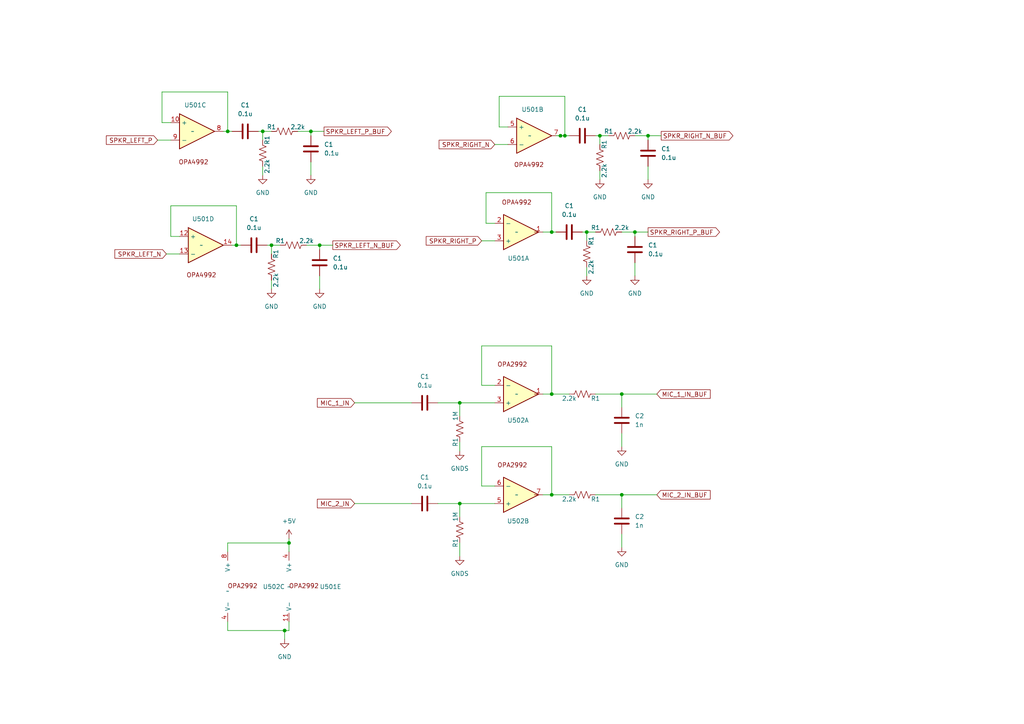
<source format=kicad_sch>
(kicad_sch (version 20230121) (generator eeschema)

  (uuid 30cb5300-4a03-46bd-834f-211e7d9e021f)

  (paper "A4")

  (lib_symbols
    (symbol "Device:C" (pin_numbers hide) (pin_names (offset 0.254)) (in_bom yes) (on_board yes)
      (property "Reference" "C" (at 0.635 2.54 0)
        (effects (font (size 1.27 1.27)) (justify left))
      )
      (property "Value" "C" (at 0.635 -2.54 0)
        (effects (font (size 1.27 1.27)) (justify left))
      )
      (property "Footprint" "" (at 0.9652 -3.81 0)
        (effects (font (size 1.27 1.27)) hide)
      )
      (property "Datasheet" "~" (at 0 0 0)
        (effects (font (size 1.27 1.27)) hide)
      )
      (property "ki_keywords" "cap capacitor" (at 0 0 0)
        (effects (font (size 1.27 1.27)) hide)
      )
      (property "ki_description" "Unpolarized capacitor" (at 0 0 0)
        (effects (font (size 1.27 1.27)) hide)
      )
      (property "ki_fp_filters" "C_*" (at 0 0 0)
        (effects (font (size 1.27 1.27)) hide)
      )
      (symbol "C_0_1"
        (polyline
          (pts
            (xy -2.032 -0.762)
            (xy 2.032 -0.762)
          )
          (stroke (width 0.508) (type default))
          (fill (type none))
        )
        (polyline
          (pts
            (xy -2.032 0.762)
            (xy 2.032 0.762)
          )
          (stroke (width 0.508) (type default))
          (fill (type none))
        )
      )
      (symbol "C_1_1"
        (pin passive line (at 0 3.81 270) (length 2.794)
          (name "~" (effects (font (size 1.27 1.27))))
          (number "1" (effects (font (size 1.27 1.27))))
        )
        (pin passive line (at 0 -3.81 90) (length 2.794)
          (name "~" (effects (font (size 1.27 1.27))))
          (number "2" (effects (font (size 1.27 1.27))))
        )
      )
    )
    (symbol "Device:R_US" (pin_numbers hide) (pin_names (offset 0)) (in_bom yes) (on_board yes)
      (property "Reference" "R" (at 2.54 0 90)
        (effects (font (size 1.27 1.27)))
      )
      (property "Value" "R_US" (at -2.54 0 90)
        (effects (font (size 1.27 1.27)))
      )
      (property "Footprint" "" (at 1.016 -0.254 90)
        (effects (font (size 1.27 1.27)) hide)
      )
      (property "Datasheet" "~" (at 0 0 0)
        (effects (font (size 1.27 1.27)) hide)
      )
      (property "ki_keywords" "R res resistor" (at 0 0 0)
        (effects (font (size 1.27 1.27)) hide)
      )
      (property "ki_description" "Resistor, US symbol" (at 0 0 0)
        (effects (font (size 1.27 1.27)) hide)
      )
      (property "ki_fp_filters" "R_*" (at 0 0 0)
        (effects (font (size 1.27 1.27)) hide)
      )
      (symbol "R_US_0_1"
        (polyline
          (pts
            (xy 0 -2.286)
            (xy 0 -2.54)
          )
          (stroke (width 0) (type default))
          (fill (type none))
        )
        (polyline
          (pts
            (xy 0 2.286)
            (xy 0 2.54)
          )
          (stroke (width 0) (type default))
          (fill (type none))
        )
        (polyline
          (pts
            (xy 0 -0.762)
            (xy 1.016 -1.143)
            (xy 0 -1.524)
            (xy -1.016 -1.905)
            (xy 0 -2.286)
          )
          (stroke (width 0) (type default))
          (fill (type none))
        )
        (polyline
          (pts
            (xy 0 0.762)
            (xy 1.016 0.381)
            (xy 0 0)
            (xy -1.016 -0.381)
            (xy 0 -0.762)
          )
          (stroke (width 0) (type default))
          (fill (type none))
        )
        (polyline
          (pts
            (xy 0 2.286)
            (xy 1.016 1.905)
            (xy 0 1.524)
            (xy -1.016 1.143)
            (xy 0 0.762)
          )
          (stroke (width 0) (type default))
          (fill (type none))
        )
      )
      (symbol "R_US_1_1"
        (pin passive line (at 0 3.81 270) (length 1.27)
          (name "~" (effects (font (size 1.27 1.27))))
          (number "1" (effects (font (size 1.27 1.27))))
        )
        (pin passive line (at 0 -3.81 90) (length 1.27)
          (name "~" (effects (font (size 1.27 1.27))))
          (number "2" (effects (font (size 1.27 1.27))))
        )
      )
    )
    (symbol "OPA2992_1" (in_bom yes) (on_board yes)
      (property "Reference" "U" (at 6.35 -5.08 0)
        (effects (font (size 1.27 1.27)))
      )
      (property "Value" "" (at 0 0 0)
        (effects (font (size 1.27 1.27)))
      )
      (property "Footprint" "" (at 0 0 0)
        (effects (font (size 1.27 1.27)) hide)
      )
      (property "Datasheet" "" (at 0 0 0)
        (effects (font (size 1.27 1.27)) hide)
      )
      (symbol "OPA2992_1_1_1"
        (polyline
          (pts
            (xy -3.81 5.08)
            (xy 6.35 0)
            (xy -3.81 -5.08)
            (xy -3.81 5.08)
          )
          (stroke (width 0.254) (type default))
          (fill (type background))
        )
        (text "OPA2992\n" (at -1.27 -8.636 0)
          (effects (font (size 1.27 1.27)))
        )
        (pin output line (at 7.62 0 180) (length 2.54)
          (name "~" (effects (font (size 1.27 1.27))))
          (number "1" (effects (font (size 1.27 1.27))))
        )
        (pin input line (at -6.35 -2.54 0) (length 2.54)
          (name "-" (effects (font (size 1.27 1.27))))
          (number "2" (effects (font (size 1.27 1.27))))
        )
        (pin input line (at -6.35 2.54 0) (length 2.54)
          (name "+" (effects (font (size 1.27 1.27))))
          (number "3" (effects (font (size 1.27 1.27))))
        )
      )
      (symbol "OPA2992_1_2_1"
        (polyline
          (pts
            (xy -3.81 5.08)
            (xy 6.35 0)
            (xy -3.81 -5.08)
            (xy -3.81 5.08)
          )
          (stroke (width 0.254) (type default))
          (fill (type background))
        )
        (text "OPA2992\n" (at -1.27 -8.636 0)
          (effects (font (size 1.27 1.27)))
        )
        (pin input line (at -6.35 2.54 0) (length 2.54)
          (name "+" (effects (font (size 1.27 1.27))))
          (number "5" (effects (font (size 1.27 1.27))))
        )
        (pin input line (at -6.35 -2.54 0) (length 2.54)
          (name "-" (effects (font (size 1.27 1.27))))
          (number "6" (effects (font (size 1.27 1.27))))
        )
        (pin output line (at 7.62 0 180) (length 2.54)
          (name "~" (effects (font (size 1.27 1.27))))
          (number "7" (effects (font (size 1.27 1.27))))
        )
      )
      (symbol "OPA2992_1_3_1"
        (text "OPA2992\n" (at 4.318 1.524 0)
          (effects (font (size 1.27 1.27)))
        )
        (pin power_out line (at 0 -8.89 90) (length 2.54)
          (name "V-" (effects (font (size 1.27 1.27))))
          (number "4" (effects (font (size 1.27 1.27))))
        )
        (pin power_in line (at 0 11.43 270) (length 2.54)
          (name "V+" (effects (font (size 1.27 1.27))))
          (number "8" (effects (font (size 1.27 1.27))))
        )
      )
    )
    (symbol "OPA2992_2" (in_bom yes) (on_board yes)
      (property "Reference" "U" (at 6.35 -5.08 0)
        (effects (font (size 1.27 1.27)))
      )
      (property "Value" "" (at 0 0 0)
        (effects (font (size 1.27 1.27)))
      )
      (property "Footprint" "" (at 0 0 0)
        (effects (font (size 1.27 1.27)) hide)
      )
      (property "Datasheet" "" (at 0 0 0)
        (effects (font (size 1.27 1.27)) hide)
      )
      (symbol "OPA2992_2_1_1"
        (polyline
          (pts
            (xy -3.81 5.08)
            (xy 6.35 0)
            (xy -3.81 -5.08)
            (xy -3.81 5.08)
          )
          (stroke (width 0.254) (type default))
          (fill (type background))
        )
        (text "OPA2992\n" (at -1.27 -8.636 0)
          (effects (font (size 1.27 1.27)))
        )
        (pin output line (at 7.62 0 180) (length 2.54)
          (name "~" (effects (font (size 1.27 1.27))))
          (number "1" (effects (font (size 1.27 1.27))))
        )
        (pin input line (at -6.35 -2.54 0) (length 2.54)
          (name "-" (effects (font (size 1.27 1.27))))
          (number "2" (effects (font (size 1.27 1.27))))
        )
        (pin input line (at -6.35 2.54 0) (length 2.54)
          (name "+" (effects (font (size 1.27 1.27))))
          (number "3" (effects (font (size 1.27 1.27))))
        )
      )
      (symbol "OPA2992_2_2_1"
        (polyline
          (pts
            (xy -3.81 5.08)
            (xy 6.35 0)
            (xy -3.81 -5.08)
            (xy -3.81 5.08)
          )
          (stroke (width 0.254) (type default))
          (fill (type background))
        )
        (text "OPA2992\n" (at -1.27 -8.636 0)
          (effects (font (size 1.27 1.27)))
        )
        (pin input line (at -6.35 2.54 0) (length 2.54)
          (name "+" (effects (font (size 1.27 1.27))))
          (number "5" (effects (font (size 1.27 1.27))))
        )
        (pin input line (at -6.35 -2.54 0) (length 2.54)
          (name "-" (effects (font (size 1.27 1.27))))
          (number "6" (effects (font (size 1.27 1.27))))
        )
        (pin output line (at 7.62 0 180) (length 2.54)
          (name "~" (effects (font (size 1.27 1.27))))
          (number "7" (effects (font (size 1.27 1.27))))
        )
      )
      (symbol "OPA2992_2_3_1"
        (text "OPA2992\n" (at 4.318 1.524 0)
          (effects (font (size 1.27 1.27)))
        )
        (pin power_out line (at 0 -8.89 90) (length 2.54)
          (name "V-" (effects (font (size 1.27 1.27))))
          (number "4" (effects (font (size 1.27 1.27))))
        )
        (pin power_in line (at 0 11.43 270) (length 2.54)
          (name "V+" (effects (font (size 1.27 1.27))))
          (number "8" (effects (font (size 1.27 1.27))))
        )
      )
    )
    (symbol "OPA4992_1" (in_bom yes) (on_board yes)
      (property "Reference" "U" (at 7.874 -4.826 0)
        (effects (font (size 1.27 1.27)))
      )
      (property "Value" "" (at 3.556 0.508 0)
        (effects (font (size 1.27 1.27)))
      )
      (property "Footprint" "" (at 3.556 0.508 0)
        (effects (font (size 1.27 1.27)) hide)
      )
      (property "Datasheet" "" (at 3.556 0.508 0)
        (effects (font (size 1.27 1.27)) hide)
      )
      (property "ki_locked" "" (at 0 0 0)
        (effects (font (size 1.27 1.27)))
      )
      (symbol "OPA4992_1_1_1"
        (polyline
          (pts
            (xy -2.54 5.08)
            (xy 7.62 0)
            (xy -2.54 -5.08)
            (xy -2.54 5.08)
          )
          (stroke (width 0.254) (type default))
          (fill (type background))
        )
        (text "OPA2992\n" (at 0 -8.636 0)
          (effects (font (size 1.27 1.27)))
        )
        (pin output line (at 8.89 0 180) (length 2.54)
          (name "~" (effects (font (size 1.27 1.27))))
          (number "1" (effects (font (size 1.27 1.27))))
        )
        (pin input line (at -5.08 -2.54 0) (length 2.54)
          (name "-" (effects (font (size 1.27 1.27))))
          (number "2" (effects (font (size 1.27 1.27))))
        )
        (pin input line (at -5.08 2.54 0) (length 2.54)
          (name "+" (effects (font (size 1.27 1.27))))
          (number "3" (effects (font (size 1.27 1.27))))
        )
      )
      (symbol "OPA4992_1_2_1"
        (polyline
          (pts
            (xy -3.81 5.08)
            (xy 6.35 0)
            (xy -3.81 -5.08)
            (xy -3.81 5.08)
          )
          (stroke (width 0.254) (type default))
          (fill (type background))
        )
        (text "OPA2992\n" (at -0.254 -8.382 0)
          (effects (font (size 1.27 1.27)))
        )
        (pin input line (at -6.35 2.54 0) (length 2.54)
          (name "+" (effects (font (size 1.27 1.27))))
          (number "5" (effects (font (size 1.27 1.27))))
        )
        (pin input line (at -6.35 -2.54 0) (length 2.54)
          (name "-" (effects (font (size 1.27 1.27))))
          (number "6" (effects (font (size 1.27 1.27))))
        )
        (pin output line (at 8.89 0 180) (length 2.54)
          (name "~" (effects (font (size 1.27 1.27))))
          (number "7" (effects (font (size 1.27 1.27))))
        )
      )
      (symbol "OPA4992_1_3_1"
        (polyline
          (pts
            (xy -3.81 5.08)
            (xy 6.35 0)
            (xy -3.81 -5.08)
            (xy -3.81 5.08)
          )
          (stroke (width 0.254) (type default))
          (fill (type background))
        )
        (text "OPA2992\n" (at 0.254 -8.89 0)
          (effects (font (size 1.27 1.27)))
        )
        (pin input line (at -6.35 2.54 0) (length 2.54)
          (name "+" (effects (font (size 1.27 1.27))))
          (number "10" (effects (font (size 1.27 1.27))))
        )
        (pin output line (at 8.89 0 180) (length 2.54)
          (name "~" (effects (font (size 1.27 1.27))))
          (number "8" (effects (font (size 1.27 1.27))))
        )
        (pin input line (at -6.35 -2.54 0) (length 2.54)
          (name "-" (effects (font (size 1.27 1.27))))
          (number "9" (effects (font (size 1.27 1.27))))
        )
      )
      (symbol "OPA4992_1_4_1"
        (polyline
          (pts
            (xy -3.81 5.08)
            (xy 6.35 0)
            (xy -3.81 -5.08)
            (xy -3.81 5.08)
          )
          (stroke (width 0.254) (type default))
          (fill (type background))
        )
        (text "OPA2992\n" (at 0 -8.636 0)
          (effects (font (size 1.27 1.27)))
        )
        (pin input line (at -6.35 2.54 0) (length 2.54)
          (name "+" (effects (font (size 1.27 1.27))))
          (number "12" (effects (font (size 1.27 1.27))))
        )
        (pin input line (at -6.35 -2.54 0) (length 2.54)
          (name "-" (effects (font (size 1.27 1.27))))
          (number "13" (effects (font (size 1.27 1.27))))
        )
        (pin output line (at 8.89 0 180) (length 2.54)
          (name "~" (effects (font (size 1.27 1.27))))
          (number "14" (effects (font (size 1.27 1.27))))
        )
      )
      (symbol "OPA4992_1_5_1"
        (text "OPA2992\n" (at 4.318 0.254 0)
          (effects (font (size 1.27 1.27)))
        )
        (pin power_out line (at 0 -10.16 90) (length 2.54)
          (name "V-" (effects (font (size 1.27 1.27))))
          (number "11" (effects (font (size 1.27 1.27))))
        )
        (pin power_in line (at 0 10.16 270) (length 2.54)
          (name "V+" (effects (font (size 1.27 1.27))))
          (number "4" (effects (font (size 1.27 1.27))))
        )
      )
    )
    (symbol "Test:OPA2992" (in_bom yes) (on_board yes)
      (property "Reference" "U" (at 6.35 -5.08 0)
        (effects (font (size 1.27 1.27)))
      )
      (property "Value" "" (at 0 0 0)
        (effects (font (size 1.27 1.27)))
      )
      (property "Footprint" "" (at 0 0 0)
        (effects (font (size 1.27 1.27)) hide)
      )
      (property "Datasheet" "" (at 0 0 0)
        (effects (font (size 1.27 1.27)) hide)
      )
      (symbol "OPA2992_1_1"
        (polyline
          (pts
            (xy -3.81 5.08)
            (xy 6.35 0)
            (xy -3.81 -5.08)
            (xy -3.81 5.08)
          )
          (stroke (width 0.254) (type default))
          (fill (type background))
        )
        (text "OPA2992\n" (at -1.27 -8.636 0)
          (effects (font (size 1.27 1.27)))
        )
        (pin output line (at 7.62 0 180) (length 2.54)
          (name "~" (effects (font (size 1.27 1.27))))
          (number "1" (effects (font (size 1.27 1.27))))
        )
        (pin input line (at -6.35 -2.54 0) (length 2.54)
          (name "-" (effects (font (size 1.27 1.27))))
          (number "2" (effects (font (size 1.27 1.27))))
        )
        (pin input line (at -6.35 2.54 0) (length 2.54)
          (name "+" (effects (font (size 1.27 1.27))))
          (number "3" (effects (font (size 1.27 1.27))))
        )
      )
      (symbol "OPA2992_2_1"
        (polyline
          (pts
            (xy -3.81 5.08)
            (xy 6.35 0)
            (xy -3.81 -5.08)
            (xy -3.81 5.08)
          )
          (stroke (width 0.254) (type default))
          (fill (type background))
        )
        (text "OPA2992\n" (at -1.27 -8.636 0)
          (effects (font (size 1.27 1.27)))
        )
        (pin output line (at 7.62 0 180) (length 2.54)
          (name "~" (effects (font (size 1.27 1.27))))
          (number "1" (effects (font (size 1.27 1.27))))
        )
        (pin input line (at -6.35 -2.54 0) (length 2.54)
          (name "-" (effects (font (size 1.27 1.27))))
          (number "2" (effects (font (size 1.27 1.27))))
        )
        (pin input line (at -6.35 2.54 0) (length 2.54)
          (name "+" (effects (font (size 1.27 1.27))))
          (number "3" (effects (font (size 1.27 1.27))))
        )
      )
      (symbol "OPA2992_3_1"
        (text "OPA2992\n" (at 4.318 1.524 0)
          (effects (font (size 1.27 1.27)))
        )
        (pin power_out line (at 0 -8.89 90) (length 2.54)
          (name "V-" (effects (font (size 1.27 1.27))))
          (number "11" (effects (font (size 1.27 1.27))))
        )
        (pin power_in line (at 0 11.43 270) (length 2.54)
          (name "V+" (effects (font (size 1.27 1.27))))
          (number "4" (effects (font (size 1.27 1.27))))
        )
      )
    )
    (symbol "Test:OPA4992" (in_bom yes) (on_board yes)
      (property "Reference" "U" (at 6.604 -4.826 0)
        (effects (font (size 1.27 1.27)))
      )
      (property "Value" "" (at 2.286 0.508 0)
        (effects (font (size 1.27 1.27)))
      )
      (property "Footprint" "" (at 2.286 0.508 0)
        (effects (font (size 1.27 1.27)) hide)
      )
      (property "Datasheet" "" (at 2.286 0.508 0)
        (effects (font (size 1.27 1.27)) hide)
      )
      (property "ki_locked" "" (at 0 0 0)
        (effects (font (size 1.27 1.27)))
      )
      (symbol "OPA4992_1_1"
        (polyline
          (pts
            (xy -3.81 5.08)
            (xy 6.35 0)
            (xy -3.81 -5.08)
            (xy -3.81 5.08)
          )
          (stroke (width 0.254) (type default))
          (fill (type background))
        )
        (text "OPA4992\n" (at 0 -8.636 0)
          (effects (font (size 1.27 1.27)))
        )
        (pin output line (at 7.62 0 180) (length 2.54)
          (name "~" (effects (font (size 1.27 1.27))))
          (number "1" (effects (font (size 1.27 1.27))))
        )
        (pin input line (at -6.35 -2.54 0) (length 2.54)
          (name "-" (effects (font (size 1.27 1.27))))
          (number "2" (effects (font (size 1.27 1.27))))
        )
        (pin input line (at -6.35 2.54 0) (length 2.54)
          (name "+" (effects (font (size 1.27 1.27))))
          (number "3" (effects (font (size 1.27 1.27))))
        )
      )
      (symbol "OPA4992_2_1"
        (polyline
          (pts
            (xy -3.81 5.08)
            (xy 6.35 0)
            (xy -3.81 -5.08)
            (xy -3.81 5.08)
          )
          (stroke (width 0.254) (type default))
          (fill (type background))
        )
        (text "OPA4992\n" (at -0.254 -8.382 0)
          (effects (font (size 1.27 1.27)))
        )
        (pin input line (at -6.35 2.54 0) (length 2.54)
          (name "+" (effects (font (size 1.27 1.27))))
          (number "5" (effects (font (size 1.27 1.27))))
        )
        (pin input line (at -6.35 -2.54 0) (length 2.54)
          (name "-" (effects (font (size 1.27 1.27))))
          (number "6" (effects (font (size 1.27 1.27))))
        )
        (pin output line (at 8.89 0 180) (length 2.54)
          (name "~" (effects (font (size 1.27 1.27))))
          (number "7" (effects (font (size 1.27 1.27))))
        )
      )
      (symbol "OPA4992_3_1"
        (polyline
          (pts
            (xy -3.81 5.08)
            (xy 6.35 0)
            (xy -3.81 -5.08)
            (xy -3.81 5.08)
          )
          (stroke (width 0.254) (type default))
          (fill (type background))
        )
        (text "OPA4992\n" (at 0.254 -8.89 0)
          (effects (font (size 1.27 1.27)))
        )
        (pin input line (at -6.35 2.54 0) (length 2.54)
          (name "+" (effects (font (size 1.27 1.27))))
          (number "10" (effects (font (size 1.27 1.27))))
        )
        (pin output line (at 8.89 0 180) (length 2.54)
          (name "~" (effects (font (size 1.27 1.27))))
          (number "8" (effects (font (size 1.27 1.27))))
        )
        (pin input line (at -6.35 -2.54 0) (length 2.54)
          (name "-" (effects (font (size 1.27 1.27))))
          (number "9" (effects (font (size 1.27 1.27))))
        )
      )
      (symbol "OPA4992_4_1"
        (polyline
          (pts
            (xy -3.81 5.08)
            (xy 6.35 0)
            (xy -3.81 -5.08)
            (xy -3.81 5.08)
          )
          (stroke (width 0.254) (type default))
          (fill (type background))
        )
        (text "OPA4992\n" (at 0 -8.636 0)
          (effects (font (size 1.27 1.27)))
        )
        (pin input line (at -6.35 2.54 0) (length 2.54)
          (name "+" (effects (font (size 1.27 1.27))))
          (number "12" (effects (font (size 1.27 1.27))))
        )
        (pin input line (at -6.35 -2.54 0) (length 2.54)
          (name "-" (effects (font (size 1.27 1.27))))
          (number "13" (effects (font (size 1.27 1.27))))
        )
        (pin output line (at 8.89 0 180) (length 2.54)
          (name "~" (effects (font (size 1.27 1.27))))
          (number "14" (effects (font (size 1.27 1.27))))
        )
      )
      (symbol "OPA4992_5_1"
        (text "OPA2992\n" (at 4.318 0.254 0)
          (effects (font (size 1.27 1.27)))
        )
        (pin power_out line (at 0 -10.16 90) (length 2.54)
          (name "V-" (effects (font (size 1.27 1.27))))
          (number "11" (effects (font (size 1.27 1.27))))
        )
        (pin power_in line (at 0 10.16 270) (length 2.54)
          (name "V+" (effects (font (size 1.27 1.27))))
          (number "4" (effects (font (size 1.27 1.27))))
        )
      )
    )
    (symbol "power:+5V" (power) (pin_names (offset 0)) (in_bom yes) (on_board yes)
      (property "Reference" "#PWR" (at 0 -3.81 0)
        (effects (font (size 1.27 1.27)) hide)
      )
      (property "Value" "+5V" (at 0 3.556 0)
        (effects (font (size 1.27 1.27)))
      )
      (property "Footprint" "" (at 0 0 0)
        (effects (font (size 1.27 1.27)) hide)
      )
      (property "Datasheet" "" (at 0 0 0)
        (effects (font (size 1.27 1.27)) hide)
      )
      (property "ki_keywords" "global power" (at 0 0 0)
        (effects (font (size 1.27 1.27)) hide)
      )
      (property "ki_description" "Power symbol creates a global label with name \"+5V\"" (at 0 0 0)
        (effects (font (size 1.27 1.27)) hide)
      )
      (symbol "+5V_0_1"
        (polyline
          (pts
            (xy -0.762 1.27)
            (xy 0 2.54)
          )
          (stroke (width 0) (type default))
          (fill (type none))
        )
        (polyline
          (pts
            (xy 0 0)
            (xy 0 2.54)
          )
          (stroke (width 0) (type default))
          (fill (type none))
        )
        (polyline
          (pts
            (xy 0 2.54)
            (xy 0.762 1.27)
          )
          (stroke (width 0) (type default))
          (fill (type none))
        )
      )
      (symbol "+5V_1_1"
        (pin power_in line (at 0 0 90) (length 0) hide
          (name "+5V" (effects (font (size 1.27 1.27))))
          (number "1" (effects (font (size 1.27 1.27))))
        )
      )
    )
    (symbol "power:GND" (power) (pin_names (offset 0)) (in_bom yes) (on_board yes)
      (property "Reference" "#PWR" (at 0 -6.35 0)
        (effects (font (size 1.27 1.27)) hide)
      )
      (property "Value" "GND" (at 0 -3.81 0)
        (effects (font (size 1.27 1.27)))
      )
      (property "Footprint" "" (at 0 0 0)
        (effects (font (size 1.27 1.27)) hide)
      )
      (property "Datasheet" "" (at 0 0 0)
        (effects (font (size 1.27 1.27)) hide)
      )
      (property "ki_keywords" "global power" (at 0 0 0)
        (effects (font (size 1.27 1.27)) hide)
      )
      (property "ki_description" "Power symbol creates a global label with name \"GND\" , ground" (at 0 0 0)
        (effects (font (size 1.27 1.27)) hide)
      )
      (symbol "GND_0_1"
        (polyline
          (pts
            (xy 0 0)
            (xy 0 -1.27)
            (xy 1.27 -1.27)
            (xy 0 -2.54)
            (xy -1.27 -1.27)
            (xy 0 -1.27)
          )
          (stroke (width 0) (type default))
          (fill (type none))
        )
      )
      (symbol "GND_1_1"
        (pin power_in line (at 0 0 270) (length 0) hide
          (name "GND" (effects (font (size 1.27 1.27))))
          (number "1" (effects (font (size 1.27 1.27))))
        )
      )
    )
    (symbol "power:GNDS" (power) (pin_names (offset 0)) (in_bom yes) (on_board yes)
      (property "Reference" "#PWR" (at 0 -6.35 0)
        (effects (font (size 1.27 1.27)) hide)
      )
      (property "Value" "GNDS" (at 0 -3.81 0)
        (effects (font (size 1.27 1.27)))
      )
      (property "Footprint" "" (at 0 0 0)
        (effects (font (size 1.27 1.27)) hide)
      )
      (property "Datasheet" "" (at 0 0 0)
        (effects (font (size 1.27 1.27)) hide)
      )
      (property "ki_keywords" "global power" (at 0 0 0)
        (effects (font (size 1.27 1.27)) hide)
      )
      (property "ki_description" "Power symbol creates a global label with name \"GNDS\" , signal ground" (at 0 0 0)
        (effects (font (size 1.27 1.27)) hide)
      )
      (symbol "GNDS_0_1"
        (polyline
          (pts
            (xy 0 0)
            (xy 0 -1.27)
            (xy 1.27 -1.27)
            (xy 0 -2.54)
            (xy -1.27 -1.27)
            (xy 0 -1.27)
          )
          (stroke (width 0) (type default))
          (fill (type none))
        )
      )
      (symbol "GNDS_1_1"
        (pin power_in line (at 0 0 270) (length 0) hide
          (name "GNDS" (effects (font (size 1.27 1.27))))
          (number "1" (effects (font (size 1.27 1.27))))
        )
      )
    )
  )

  (junction (at 78.74 71.12) (diameter 0) (color 0 0 0 0)
    (uuid 04bd16d1-d85b-42a5-9a5b-15625e089a48)
  )
  (junction (at 180.34 114.3) (diameter 0) (color 0 0 0 0)
    (uuid 0f8fcd5c-ba70-4718-b24f-3b4fd08e19ee)
  )
  (junction (at 163.83 39.37) (diameter 0) (color 0 0 0 0)
    (uuid 14d1c70f-434b-4745-b84b-246fccac8750)
  )
  (junction (at 170.18 67.31) (diameter 0) (color 0 0 0 0)
    (uuid 4a5ced94-159c-494e-9dd4-993263579d43)
  )
  (junction (at 173.99 39.37) (diameter 0) (color 0 0 0 0)
    (uuid 51ff0875-4792-4558-91f0-233ea22895b6)
  )
  (junction (at 160.02 67.31) (diameter 0) (color 0 0 0 0)
    (uuid 5581d50b-56bf-4e9c-881f-683529c06979)
  )
  (junction (at 83.82 157.48) (diameter 0) (color 0 0 0 0)
    (uuid 6935e6fe-cef2-4229-81af-0a97ecc377f9)
  )
  (junction (at 162.56 39.37) (diameter 0) (color 0 0 0 0)
    (uuid 73cf4d5d-482f-4720-9e1f-4e960ae9d275)
  )
  (junction (at 76.2 38.1) (diameter 0) (color 0 0 0 0)
    (uuid 781045b8-0db9-48f4-9ec1-94a0aa2b7f69)
  )
  (junction (at 133.35 116.84) (diameter 0) (color 0 0 0 0)
    (uuid 7eee9a4f-203e-41f8-96e2-eb8de4616eca)
  )
  (junction (at 180.34 143.51) (diameter 0) (color 0 0 0 0)
    (uuid 8d941ec8-fe9d-4883-8908-d5a337ca2910)
  )
  (junction (at 133.35 146.05) (diameter 0) (color 0 0 0 0)
    (uuid 97cd7294-10ec-4481-acff-480cb261f850)
  )
  (junction (at 90.17 38.1) (diameter 0) (color 0 0 0 0)
    (uuid 9de1dc65-6e61-48da-89f0-2909362c70dc)
  )
  (junction (at 160.02 114.3) (diameter 0) (color 0 0 0 0)
    (uuid adde4bca-e178-4cd4-9d8f-0f2676d1e210)
  )
  (junction (at 92.71 71.12) (diameter 0) (color 0 0 0 0)
    (uuid b69a27ba-3f84-49e4-9ac0-f9348f5428de)
  )
  (junction (at 82.55 182.88) (diameter 0) (color 0 0 0 0)
    (uuid cd8037c9-1495-4d95-80e8-728c73bab2ea)
  )
  (junction (at 66.04 38.1) (diameter 0) (color 0 0 0 0)
    (uuid d19bf604-002d-469f-b11d-0cf9f8b4e8e7)
  )
  (junction (at 187.96 39.37) (diameter 0) (color 0 0 0 0)
    (uuid f2bc0c59-d24c-4823-83fa-35f54dd510de)
  )
  (junction (at 68.58 71.12) (diameter 0) (color 0 0 0 0)
    (uuid f53b8852-ddea-47a0-a4b6-b4a3bc37e62b)
  )
  (junction (at 160.02 143.51) (diameter 0) (color 0 0 0 0)
    (uuid f852fcb6-159c-47db-9992-7f3be66df995)
  )
  (junction (at 184.15 67.31) (diameter 0) (color 0 0 0 0)
    (uuid fdcd613e-06d2-412b-92b4-4e28d15ef0bb)
  )

  (wire (pts (xy 127 146.05) (xy 133.35 146.05))
    (stroke (width 0) (type default))
    (uuid 0051f205-6a9d-4e0f-b829-851d18f83fc3)
  )
  (wire (pts (xy 88.9 71.12) (xy 92.71 71.12))
    (stroke (width 0) (type default))
    (uuid 0462835c-2077-436e-8dce-f6086530bcd8)
  )
  (wire (pts (xy 64.77 38.1) (xy 66.04 38.1))
    (stroke (width 0) (type default))
    (uuid 04f1c6c1-8a84-4e2a-863d-abcc878729a1)
  )
  (wire (pts (xy 49.53 68.58) (xy 52.07 68.58))
    (stroke (width 0) (type default))
    (uuid 053f84eb-dc52-4fa3-a1ec-528abfaad9d4)
  )
  (wire (pts (xy 66.04 157.48) (xy 66.04 160.02))
    (stroke (width 0) (type default))
    (uuid 093b736b-04d9-4e0c-8f6c-e33df293011a)
  )
  (wire (pts (xy 102.87 146.05) (xy 119.38 146.05))
    (stroke (width 0) (type default))
    (uuid 0d1b4797-212d-4d40-af30-61b4125e10ed)
  )
  (wire (pts (xy 83.82 157.48) (xy 83.82 160.02))
    (stroke (width 0) (type default))
    (uuid 110ad26c-2255-411d-b840-16a361f366fb)
  )
  (wire (pts (xy 160.02 67.31) (xy 161.29 67.31))
    (stroke (width 0) (type default))
    (uuid 13312311-f624-4c65-a587-6d8f9a78342c)
  )
  (wire (pts (xy 48.26 73.66) (xy 52.07 73.66))
    (stroke (width 0) (type default))
    (uuid 176b7d54-7c38-4565-8893-a39ddb868fc9)
  )
  (wire (pts (xy 160.02 114.3) (xy 165.1 114.3))
    (stroke (width 0) (type default))
    (uuid 1839cfe6-c420-4cca-8ab5-9381e06e4a7d)
  )
  (wire (pts (xy 160.02 55.88) (xy 160.02 67.31))
    (stroke (width 0) (type default))
    (uuid 19a0b24a-e3b2-467f-9767-a694b4ba277b)
  )
  (wire (pts (xy 90.17 46.99) (xy 90.17 50.8))
    (stroke (width 0) (type default))
    (uuid 1b0ae3c8-4f22-4edc-9f20-c653a0b6da6c)
  )
  (wire (pts (xy 83.82 156.21) (xy 83.82 157.48))
    (stroke (width 0) (type default))
    (uuid 1fdb05dc-a2b3-42ab-aa82-6a7cf4037bb4)
  )
  (wire (pts (xy 160.02 67.31) (xy 157.48 67.31))
    (stroke (width 0) (type default))
    (uuid 25f645e4-b60c-464e-9ce4-930e0b450a72)
  )
  (wire (pts (xy 92.71 71.12) (xy 96.52 71.12))
    (stroke (width 0) (type default))
    (uuid 26b99114-9733-4920-91fc-646f0664bad9)
  )
  (wire (pts (xy 90.17 38.1) (xy 93.98 38.1))
    (stroke (width 0) (type default))
    (uuid 29bc0206-ff55-45c9-9661-59c9edc47136)
  )
  (wire (pts (xy 172.72 39.37) (xy 173.99 39.37))
    (stroke (width 0) (type default))
    (uuid 2d5aa7b6-f623-424c-82da-ed8a7558168c)
  )
  (wire (pts (xy 162.56 39.37) (xy 161.29 39.37))
    (stroke (width 0) (type default))
    (uuid 304220e9-ee09-46f3-9232-b6b3724e6ad2)
  )
  (wire (pts (xy 49.53 35.56) (xy 46.99 35.56))
    (stroke (width 0) (type default))
    (uuid 3395b480-6c92-4c3d-90ec-917c94705723)
  )
  (wire (pts (xy 163.83 39.37) (xy 162.56 39.37))
    (stroke (width 0) (type default))
    (uuid 33a3976b-66e6-4549-98ba-7b8f73c455d9)
  )
  (wire (pts (xy 133.35 116.84) (xy 143.51 116.84))
    (stroke (width 0) (type default))
    (uuid 41168b40-a51a-4bd7-ade6-c4d888082489)
  )
  (wire (pts (xy 82.55 185.42) (xy 82.55 182.88))
    (stroke (width 0) (type default))
    (uuid 4689d462-9d5c-41f7-85ad-8db09aa95729)
  )
  (wire (pts (xy 170.18 67.31) (xy 172.72 67.31))
    (stroke (width 0) (type default))
    (uuid 492cdf8d-d703-46b3-b4dc-d2ded1808f08)
  )
  (wire (pts (xy 180.34 147.32) (xy 180.34 143.51))
    (stroke (width 0) (type default))
    (uuid 512ed050-9f36-40f7-bf75-cab00307ba03)
  )
  (wire (pts (xy 68.58 71.12) (xy 67.31 71.12))
    (stroke (width 0) (type default))
    (uuid 537b4e05-a27a-45a1-b6dc-f515a8ded415)
  )
  (wire (pts (xy 83.82 182.88) (xy 82.55 182.88))
    (stroke (width 0) (type default))
    (uuid 54a4728a-0a30-4e70-8df0-95f3c980e0cf)
  )
  (wire (pts (xy 133.35 157.48) (xy 133.35 161.29))
    (stroke (width 0) (type default))
    (uuid 54e32c3d-a04b-4480-a5a8-4c9bee779fde)
  )
  (wire (pts (xy 139.7 140.97) (xy 143.51 140.97))
    (stroke (width 0) (type default))
    (uuid 5538db08-881f-4757-969f-84c303c40920)
  )
  (wire (pts (xy 184.15 76.2) (xy 184.15 80.01))
    (stroke (width 0) (type default))
    (uuid 5be8c81c-23b7-464c-bf8f-4de6e24fce98)
  )
  (wire (pts (xy 78.74 81.28) (xy 78.74 83.82))
    (stroke (width 0) (type default))
    (uuid 5cbc1b61-1fab-4ace-afa9-0ec35cc3faf4)
  )
  (wire (pts (xy 49.53 59.69) (xy 68.58 59.69))
    (stroke (width 0) (type default))
    (uuid 5ee45880-9f41-4807-a170-0c7a72c405a6)
  )
  (wire (pts (xy 168.91 67.31) (xy 170.18 67.31))
    (stroke (width 0) (type default))
    (uuid 62e7735f-830f-4b99-a0cc-2930fe258750)
  )
  (wire (pts (xy 180.34 143.51) (xy 172.72 143.51))
    (stroke (width 0) (type default))
    (uuid 640d23f9-19d1-4389-81bd-ab3581fdb8c5)
  )
  (wire (pts (xy 180.34 114.3) (xy 190.5 114.3))
    (stroke (width 0) (type default))
    (uuid 694272be-dbd1-454e-bdfa-d479d02c3ebe)
  )
  (wire (pts (xy 139.7 111.76) (xy 139.7 100.33))
    (stroke (width 0) (type default))
    (uuid 6ed669b6-3b98-4638-87a5-9be2267c5d5b)
  )
  (wire (pts (xy 78.74 71.12) (xy 78.74 73.66))
    (stroke (width 0) (type default))
    (uuid 702d1ca1-29db-49f6-8354-006874b3504d)
  )
  (wire (pts (xy 157.48 114.3) (xy 160.02 114.3))
    (stroke (width 0) (type default))
    (uuid 7bd5cd8b-6b87-4ed2-80d1-43bc0a7667aa)
  )
  (wire (pts (xy 140.97 64.77) (xy 140.97 55.88))
    (stroke (width 0) (type default))
    (uuid 7cf35f05-5034-44d2-8733-98267ed413f7)
  )
  (wire (pts (xy 173.99 39.37) (xy 176.53 39.37))
    (stroke (width 0) (type default))
    (uuid 7d0b3bad-7edb-44bd-abab-9e5846b95e08)
  )
  (wire (pts (xy 90.17 38.1) (xy 90.17 39.37))
    (stroke (width 0) (type default))
    (uuid 84087c2f-f449-4f1c-9876-6c10a7f79159)
  )
  (wire (pts (xy 76.2 38.1) (xy 78.74 38.1))
    (stroke (width 0) (type default))
    (uuid 84b9ba8b-a5ed-42f4-8a1d-ba7c28ae35c3)
  )
  (wire (pts (xy 83.82 182.88) (xy 83.82 180.34))
    (stroke (width 0) (type default))
    (uuid 84ea9b51-a8aa-4f7e-bd3d-2f21e8d52c9f)
  )
  (wire (pts (xy 76.2 48.26) (xy 76.2 50.8))
    (stroke (width 0) (type default))
    (uuid 894c31c7-bb6b-4892-8c60-a38b0481a3b7)
  )
  (wire (pts (xy 187.96 39.37) (xy 191.77 39.37))
    (stroke (width 0) (type default))
    (uuid 8969a583-df43-44a6-a9bc-242a5b590b97)
  )
  (wire (pts (xy 66.04 182.88) (xy 82.55 182.88))
    (stroke (width 0) (type default))
    (uuid 8be9857c-ac3f-4e84-9991-41f4823e340e)
  )
  (wire (pts (xy 74.93 38.1) (xy 76.2 38.1))
    (stroke (width 0) (type default))
    (uuid 8fc234d4-bc22-4d61-8c4c-b01b9db2a546)
  )
  (wire (pts (xy 173.99 39.37) (xy 173.99 41.91))
    (stroke (width 0) (type default))
    (uuid 94f03a6c-0884-4bc8-8067-8700027d951f)
  )
  (wire (pts (xy 133.35 116.84) (xy 133.35 120.65))
    (stroke (width 0) (type default))
    (uuid 9605cbfa-8385-4c36-a278-3e2769e51266)
  )
  (wire (pts (xy 163.83 39.37) (xy 165.1 39.37))
    (stroke (width 0) (type default))
    (uuid 989482bf-2353-4ce7-b43e-4641778cbfd2)
  )
  (wire (pts (xy 78.74 71.12) (xy 81.28 71.12))
    (stroke (width 0) (type default))
    (uuid 9907fb92-8668-4ced-8e57-676d21a6cc3f)
  )
  (wire (pts (xy 133.35 146.05) (xy 143.51 146.05))
    (stroke (width 0) (type default))
    (uuid 9a2be048-1974-480f-9c61-a92a610451fc)
  )
  (wire (pts (xy 139.7 129.54) (xy 160.02 129.54))
    (stroke (width 0) (type default))
    (uuid 9d4d266b-bcf9-4df1-bd02-5a875d0646f4)
  )
  (wire (pts (xy 102.87 116.84) (xy 119.38 116.84))
    (stroke (width 0) (type default))
    (uuid 9f09444d-476e-4a7d-b6c0-5742e46d39ce)
  )
  (wire (pts (xy 139.7 111.76) (xy 143.51 111.76))
    (stroke (width 0) (type default))
    (uuid 9fa7887b-3f40-4da9-96c7-5c3326bcbd60)
  )
  (wire (pts (xy 133.35 128.27) (xy 133.35 130.81))
    (stroke (width 0) (type default))
    (uuid a3c0d125-7f2c-4703-aef2-f86e0d5beb83)
  )
  (wire (pts (xy 147.32 36.83) (xy 144.78 36.83))
    (stroke (width 0) (type default))
    (uuid a51171d2-20a3-4fb9-8f96-956a92c802b1)
  )
  (wire (pts (xy 66.04 157.48) (xy 83.82 157.48))
    (stroke (width 0) (type default))
    (uuid a5177ab3-1fca-486a-9142-876c7aeaf0e0)
  )
  (wire (pts (xy 180.34 114.3) (xy 172.72 114.3))
    (stroke (width 0) (type default))
    (uuid a534ebba-4f7f-4c13-b50e-1e1f48a435fc)
  )
  (wire (pts (xy 144.78 27.94) (xy 163.83 27.94))
    (stroke (width 0) (type default))
    (uuid a6bb785f-d7ee-4db9-8217-c9425f45d04a)
  )
  (wire (pts (xy 77.47 71.12) (xy 78.74 71.12))
    (stroke (width 0) (type default))
    (uuid ac124eeb-633b-4c6c-a0f2-6ecd84fd8a9b)
  )
  (wire (pts (xy 139.7 69.85) (xy 143.51 69.85))
    (stroke (width 0) (type default))
    (uuid acf481d7-2641-47a9-962b-cfb2339bef21)
  )
  (wire (pts (xy 139.7 140.97) (xy 139.7 129.54))
    (stroke (width 0) (type default))
    (uuid aef1b36b-2875-4e60-a7b8-f82bac0052cc)
  )
  (wire (pts (xy 68.58 71.12) (xy 69.85 71.12))
    (stroke (width 0) (type default))
    (uuid b011306d-031d-43a8-9458-e01005296b42)
  )
  (wire (pts (xy 49.53 68.58) (xy 49.53 59.69))
    (stroke (width 0) (type default))
    (uuid b1277dc2-c143-440a-9465-5dfae342da13)
  )
  (wire (pts (xy 143.51 41.91) (xy 147.32 41.91))
    (stroke (width 0) (type default))
    (uuid b3717465-2ede-49e1-9690-d0ef9b998f15)
  )
  (wire (pts (xy 180.34 118.11) (xy 180.34 114.3))
    (stroke (width 0) (type default))
    (uuid b39cd04a-8801-4e04-ba1a-24058b401da7)
  )
  (wire (pts (xy 66.04 180.34) (xy 66.04 182.88))
    (stroke (width 0) (type default))
    (uuid b3f06d5c-a72f-465d-b72f-9939daa7eb01)
  )
  (wire (pts (xy 163.83 27.94) (xy 163.83 39.37))
    (stroke (width 0) (type default))
    (uuid b64165b3-dd70-49f0-bb2d-77fd4a4a51dd)
  )
  (wire (pts (xy 46.99 35.56) (xy 46.99 26.67))
    (stroke (width 0) (type default))
    (uuid b8c05b70-612c-4ae4-b4b3-40f4f5e6ba1c)
  )
  (wire (pts (xy 184.15 67.31) (xy 187.96 67.31))
    (stroke (width 0) (type default))
    (uuid b988a7ae-abaf-4658-8061-c98ae4e77eae)
  )
  (wire (pts (xy 139.7 100.33) (xy 160.02 100.33))
    (stroke (width 0) (type default))
    (uuid bd345c30-5a3a-4415-a05a-b8d44defdb03)
  )
  (wire (pts (xy 160.02 143.51) (xy 165.1 143.51))
    (stroke (width 0) (type default))
    (uuid c08f2b1d-b73f-4bd9-8521-ac2e96d5799a)
  )
  (wire (pts (xy 46.99 26.67) (xy 66.04 26.67))
    (stroke (width 0) (type default))
    (uuid c4f4fd23-3bf3-4bed-87f5-3c91b67ada8f)
  )
  (wire (pts (xy 144.78 36.83) (xy 144.78 27.94))
    (stroke (width 0) (type default))
    (uuid c5648c84-80bd-4d38-bd95-57edec104c14)
  )
  (wire (pts (xy 66.04 38.1) (xy 67.31 38.1))
    (stroke (width 0) (type default))
    (uuid c590ebf4-2047-45da-83c0-9d8a9ef152d5)
  )
  (wire (pts (xy 45.72 40.64) (xy 49.53 40.64))
    (stroke (width 0) (type default))
    (uuid c6efbf2c-8678-42c3-af64-fa199ffb2571)
  )
  (wire (pts (xy 160.02 100.33) (xy 160.02 114.3))
    (stroke (width 0) (type default))
    (uuid cc26504a-f027-4ffb-8218-bdbb236020e4)
  )
  (wire (pts (xy 133.35 146.05) (xy 133.35 149.86))
    (stroke (width 0) (type default))
    (uuid ccf7389d-2d57-4902-af28-68ae2994e6ca)
  )
  (wire (pts (xy 92.71 80.01) (xy 92.71 83.82))
    (stroke (width 0) (type default))
    (uuid cf911173-f977-4c7b-a724-3f0205c00ba4)
  )
  (wire (pts (xy 184.15 67.31) (xy 184.15 68.58))
    (stroke (width 0) (type default))
    (uuid d1fec31c-c2f6-47ed-8409-3b8c76f33e19)
  )
  (wire (pts (xy 140.97 55.88) (xy 160.02 55.88))
    (stroke (width 0) (type default))
    (uuid d3fe0d3d-2db6-4194-af5e-c42c7552aed3)
  )
  (wire (pts (xy 86.36 38.1) (xy 90.17 38.1))
    (stroke (width 0) (type default))
    (uuid d5f43913-586d-4eaf-ab10-6b7da643abe2)
  )
  (wire (pts (xy 160.02 129.54) (xy 160.02 143.51))
    (stroke (width 0) (type default))
    (uuid d681ff73-901b-4b72-8420-7e5e40cfddbe)
  )
  (wire (pts (xy 157.48 143.51) (xy 160.02 143.51))
    (stroke (width 0) (type default))
    (uuid d69e67a7-896b-4b23-8ce3-15cf4db3253b)
  )
  (wire (pts (xy 180.34 154.94) (xy 180.34 158.75))
    (stroke (width 0) (type default))
    (uuid d6c6f30c-3c4b-4ea4-9071-611b68607ad3)
  )
  (wire (pts (xy 187.96 48.26) (xy 187.96 52.07))
    (stroke (width 0) (type default))
    (uuid d8c7c28b-5318-437c-9613-1e0fba391248)
  )
  (wire (pts (xy 187.96 39.37) (xy 187.96 40.64))
    (stroke (width 0) (type default))
    (uuid d8eef228-402a-4144-93c1-66c907e49e60)
  )
  (wire (pts (xy 92.71 71.12) (xy 92.71 72.39))
    (stroke (width 0) (type default))
    (uuid df01f01c-7912-4bf7-8809-ea3484a4bba3)
  )
  (wire (pts (xy 180.34 125.73) (xy 180.34 129.54))
    (stroke (width 0) (type default))
    (uuid e03062b8-e66b-4d92-a9bc-b643215d1fe2)
  )
  (wire (pts (xy 76.2 38.1) (xy 76.2 40.64))
    (stroke (width 0) (type default))
    (uuid e21f0faa-03bc-4931-992a-6c43f397dcf6)
  )
  (wire (pts (xy 170.18 67.31) (xy 170.18 69.85))
    (stroke (width 0) (type default))
    (uuid e23cd25c-80b3-42fe-a181-89188751b7c2)
  )
  (wire (pts (xy 66.04 26.67) (xy 66.04 38.1))
    (stroke (width 0) (type default))
    (uuid e28410ea-40ed-4960-8904-3fb4a07b5fe6)
  )
  (wire (pts (xy 143.51 64.77) (xy 140.97 64.77))
    (stroke (width 0) (type default))
    (uuid eba134df-f06d-4428-89e3-9c40b23606ef)
  )
  (wire (pts (xy 68.58 59.69) (xy 68.58 71.12))
    (stroke (width 0) (type default))
    (uuid ecbc647c-def0-46ce-8a16-3774a0b303ac)
  )
  (wire (pts (xy 173.99 49.53) (xy 173.99 52.07))
    (stroke (width 0) (type default))
    (uuid ecbd45a9-6c38-4475-9511-885a2664440b)
  )
  (wire (pts (xy 170.18 77.47) (xy 170.18 80.01))
    (stroke (width 0) (type default))
    (uuid ece3cc9b-074a-4eed-be36-34342891693c)
  )
  (wire (pts (xy 180.34 143.51) (xy 190.5 143.51))
    (stroke (width 0) (type default))
    (uuid f56fcb5a-5591-4824-8839-9a517c1be7d5)
  )
  (wire (pts (xy 127 116.84) (xy 133.35 116.84))
    (stroke (width 0) (type default))
    (uuid fabf791e-7dc9-4b74-95aa-d8df723a7814)
  )
  (wire (pts (xy 184.15 39.37) (xy 187.96 39.37))
    (stroke (width 0) (type default))
    (uuid fb90f3ad-4550-45f5-bf6f-87b7c8fc8567)
  )
  (wire (pts (xy 180.34 67.31) (xy 184.15 67.31))
    (stroke (width 0) (type default))
    (uuid fbc862b5-0b89-45b2-a1e9-7547bbfc606a)
  )

  (global_label "SPKR_LEFT_P" (shape input) (at 45.72 40.64 180) (fields_autoplaced)
    (effects (font (size 1.27 1.27)) (justify right))
    (uuid 2aab984b-2f46-4761-998e-15774d5d6af1)
    (property "Intersheetrefs" "${INTERSHEET_REFS}" (at 30.2768 40.64 0)
      (effects (font (size 1.27 1.27)) (justify right) hide)
    )
  )
  (global_label "SPKR_RIGHT_P_BUF" (shape output) (at 187.96 67.31 0) (fields_autoplaced)
    (effects (font (size 1.27 1.27)) (justify left))
    (uuid 2f03a70a-ba27-4c2d-8421-05832e2b50b5)
    (property "Intersheetrefs" "${INTERSHEET_REFS}" (at 209.2695 67.31 0)
      (effects (font (size 1.27 1.27)) (justify left) hide)
    )
  )
  (global_label "MIC_1_IN_BUF" (shape input) (at 190.5 114.3 0) (fields_autoplaced)
    (effects (font (size 1.27 1.27)) (justify left))
    (uuid 31e0a825-8c65-40a5-bf95-c4dc12f692f1)
    (property "Intersheetrefs" "${INTERSHEET_REFS}" (at 206.5481 114.3 0)
      (effects (font (size 1.27 1.27)) (justify left) hide)
    )
  )
  (global_label "SPKR_LEFT_P_BUF" (shape output) (at 93.98 38.1 0) (fields_autoplaced)
    (effects (font (size 1.27 1.27)) (justify left))
    (uuid 5b8c0a6a-d78d-4bd9-b0ca-7c01cfd1cda4)
    (property "Intersheetrefs" "${INTERSHEET_REFS}" (at 114.0799 38.1 0)
      (effects (font (size 1.27 1.27)) (justify left) hide)
    )
  )
  (global_label "SPKR_RIGHT_N_BUF" (shape output) (at 191.77 39.37 0) (fields_autoplaced)
    (effects (font (size 1.27 1.27)) (justify left))
    (uuid 79f36df4-ef91-45b3-b28e-084fc341b717)
    (property "Intersheetrefs" "${INTERSHEET_REFS}" (at 213.14 39.37 0)
      (effects (font (size 1.27 1.27)) (justify left) hide)
    )
  )
  (global_label "MIC_2_IN_BUF" (shape input) (at 190.5 143.51 0) (fields_autoplaced)
    (effects (font (size 1.27 1.27)) (justify left))
    (uuid 9376e820-6d6c-4364-ac1c-73366c0cf03b)
    (property "Intersheetrefs" "${INTERSHEET_REFS}" (at 206.5481 143.51 0)
      (effects (font (size 1.27 1.27)) (justify left) hide)
    )
  )
  (global_label "SPKR_LEFT_N_BUF" (shape output) (at 96.52 71.12 0) (fields_autoplaced)
    (effects (font (size 1.27 1.27)) (justify left))
    (uuid 97f0122d-8051-4a58-9815-6b7fb465e7ac)
    (property "Intersheetrefs" "${INTERSHEET_REFS}" (at 116.6804 71.12 0)
      (effects (font (size 1.27 1.27)) (justify left) hide)
    )
  )
  (global_label "SPKR_RIGHT_N" (shape input) (at 143.51 41.91 180) (fields_autoplaced)
    (effects (font (size 1.27 1.27)) (justify right))
    (uuid bd3c86f1-db7b-4a41-b8a1-019a2fe158f7)
    (property "Intersheetrefs" "${INTERSHEET_REFS}" (at 126.7967 41.91 0)
      (effects (font (size 1.27 1.27)) (justify right) hide)
    )
  )
  (global_label "SPKR_RIGHT_P" (shape input) (at 139.7 69.85 180) (fields_autoplaced)
    (effects (font (size 1.27 1.27)) (justify right))
    (uuid c30fa988-2bd4-410d-974d-dbc8402b539c)
    (property "Intersheetrefs" "${INTERSHEET_REFS}" (at 123.0472 69.85 0)
      (effects (font (size 1.27 1.27)) (justify right) hide)
    )
  )
  (global_label "MIC_2_IN" (shape input) (at 102.87 146.05 180) (fields_autoplaced)
    (effects (font (size 1.27 1.27)) (justify right))
    (uuid cb4889d4-96d8-4796-91d2-f1a2bd0b997f)
    (property "Intersheetrefs" "${INTERSHEET_REFS}" (at 91.4786 146.05 0)
      (effects (font (size 1.27 1.27)) (justify right) hide)
    )
  )
  (global_label "MIC_1_IN" (shape input) (at 102.87 116.84 180) (fields_autoplaced)
    (effects (font (size 1.27 1.27)) (justify right))
    (uuid ce2923d1-7e6f-4d44-abd6-48ea86083cd6)
    (property "Intersheetrefs" "${INTERSHEET_REFS}" (at 91.4786 116.84 0)
      (effects (font (size 1.27 1.27)) (justify right) hide)
    )
  )
  (global_label "SPKR_LEFT_N" (shape input) (at 48.26 73.66 180) (fields_autoplaced)
    (effects (font (size 1.27 1.27)) (justify right))
    (uuid df0fb0a1-8ae2-4913-b5f1-98aaff42875b)
    (property "Intersheetrefs" "${INTERSHEET_REFS}" (at 32.7563 73.66 0)
      (effects (font (size 1.27 1.27)) (justify right) hide)
    )
  )

  (symbol (lib_id "Device:R_US") (at 85.09 71.12 90) (unit 1)
    (in_bom yes) (on_board yes) (dnp no)
    (uuid 01d60ee1-6c78-4858-9842-83ff640bb1ca)
    (property "Reference" "R1" (at 81.28 69.85 90)
      (effects (font (size 1.27 1.27)))
    )
    (property "Value" "2.2k" (at 88.9 69.85 90)
      (effects (font (size 1.27 1.27)))
    )
    (property "Footprint" "Resistor_SMD:R_0402_1005Metric_Pad0.72x0.64mm_HandSolder" (at 85.344 70.104 90)
      (effects (font (size 1.27 1.27)) hide)
    )
    (property "Datasheet" "~" (at 85.09 71.12 0)
      (effects (font (size 1.27 1.27)) hide)
    )
    (pin "1" (uuid d99290db-d895-476b-9f15-0251dd003545))
    (pin "2" (uuid 728b3682-3f3f-4aad-bbec-3de4cf8b88b8))
    (instances
      (project "AudioAmp"
        (path "/7c40bb6d-39d1-4b91-a2f2-a85e74d3b158/54f4758a-8b57-4618-8682-2393a00ecf13"
          (reference "R1") (unit 1)
        )
        (path "/7c40bb6d-39d1-4b91-a2f2-a85e74d3b158/a1522adb-b069-4654-adbe-5870e517e080"
          (reference "R6") (unit 1)
        )
        (path "/7c40bb6d-39d1-4b91-a2f2-a85e74d3b158/43b83324-4b5b-4a32-9c48-137538d62584"
          (reference "R4") (unit 1)
        )
        (path "/7c40bb6d-39d1-4b91-a2f2-a85e74d3b158/d9f22c81-3656-48f7-9541-e4fbc6f14548"
          (reference "R504") (unit 1)
        )
      )
    )
  )

  (symbol (lib_id "power:GND") (at 180.34 129.54 0) (unit 1)
    (in_bom yes) (on_board yes) (dnp no) (fields_autoplaced)
    (uuid 056605e2-1675-4a4e-991e-c6e2750e82a2)
    (property "Reference" "#PWR012" (at 180.34 135.89 0)
      (effects (font (size 1.27 1.27)) hide)
    )
    (property "Value" "GND" (at 180.34 134.62 0)
      (effects (font (size 1.27 1.27)))
    )
    (property "Footprint" "" (at 180.34 129.54 0)
      (effects (font (size 1.27 1.27)) hide)
    )
    (property "Datasheet" "" (at 180.34 129.54 0)
      (effects (font (size 1.27 1.27)) hide)
    )
    (pin "1" (uuid dd83633d-c3e2-42aa-9e11-75e16d42084f))
    (instances
      (project "AudioAmp"
        (path "/7c40bb6d-39d1-4b91-a2f2-a85e74d3b158/43b83324-4b5b-4a32-9c48-137538d62584"
          (reference "#PWR012") (unit 1)
        )
        (path "/7c40bb6d-39d1-4b91-a2f2-a85e74d3b158/d9f22c81-3656-48f7-9541-e4fbc6f14548"
          (reference "#PWR0511") (unit 1)
        )
      )
    )
  )

  (symbol (lib_id "Test:OPA4992") (at 58.42 71.12 0) (unit 4)
    (in_bom yes) (on_board yes) (dnp no) (fields_autoplaced)
    (uuid 075b7d1d-c9bb-4901-85cf-6749c5f6bf23)
    (property "Reference" "U501" (at 58.928 63.5 0)
      (effects (font (size 1.27 1.27)))
    )
    (property "Value" "~" (at 58.42 71.12 0)
      (effects (font (size 1.27 1.27)))
    )
    (property "Footprint" "Package_SO:TSSOP-14_4.4x5mm_P0.65mm" (at 58.42 71.12 0)
      (effects (font (size 1.27 1.27)) hide)
    )
    (property "Datasheet" "" (at 58.42 71.12 0)
      (effects (font (size 1.27 1.27)) hide)
    )
    (pin "1" (uuid 9a73103d-473f-48b7-b3e5-33de33c1bd53))
    (pin "2" (uuid 853461dd-6b37-48ea-944b-626dab84344a))
    (pin "3" (uuid 41ff8315-01b3-413b-9f53-d1c219fb36bf))
    (pin "5" (uuid 56652d57-0b6b-43b7-b824-bdf4bf78b1dd))
    (pin "6" (uuid 06b70768-f614-4261-b810-25d08c4d0a33))
    (pin "7" (uuid edc6f3bd-72d3-4782-a4a4-e95be6a7c597))
    (pin "10" (uuid 1b6f872b-63d0-4f47-8e77-2fdc5bc0131e))
    (pin "8" (uuid 4d7a0648-6eb5-4aba-9b8b-4bd8612088b8))
    (pin "9" (uuid 83bd721d-3f88-4178-a9f0-913836571fdc))
    (pin "12" (uuid 08535d9f-a247-4b61-a527-a281a4922ad4))
    (pin "13" (uuid e0f28940-1411-43e6-bb68-b31a0069aef5))
    (pin "14" (uuid 56f784e6-2deb-4676-b528-22a6a26c9ea2))
    (pin "11" (uuid 1afc2e3c-8edc-44bf-8aa2-05d6e4ea306c))
    (pin "4" (uuid d5279615-fc4c-4870-8c75-61ba0464c3d7))
    (instances
      (project "AudioAmp"
        (path "/7c40bb6d-39d1-4b91-a2f2-a85e74d3b158/d9f22c81-3656-48f7-9541-e4fbc6f14548"
          (reference "U501") (unit 4)
        )
      )
    )
  )

  (symbol (lib_id "Test:OPA4992") (at 149.86 67.31 0) (mirror x) (unit 1)
    (in_bom yes) (on_board yes) (dnp no)
    (uuid 08225ac1-99a2-4b5d-a526-32945cf72145)
    (property "Reference" "U501" (at 150.368 74.93 0)
      (effects (font (size 1.27 1.27)))
    )
    (property "Value" "~" (at 149.86 67.31 0)
      (effects (font (size 1.27 1.27)))
    )
    (property "Footprint" "Package_SO:TSSOP-14_4.4x5mm_P0.65mm" (at 149.86 67.31 0)
      (effects (font (size 1.27 1.27)) hide)
    )
    (property "Datasheet" "" (at 149.86 67.31 0)
      (effects (font (size 1.27 1.27)) hide)
    )
    (pin "1" (uuid e79e992f-9f99-410b-9897-46ff388a2e4d))
    (pin "2" (uuid 19b0c77e-e308-498b-8c93-1d6ffc03cab3))
    (pin "3" (uuid 94a34c58-c738-46ae-8273-fea4e7370d4e))
    (pin "5" (uuid 6f5df562-9d1f-4f05-bb85-5d84d9d36c91))
    (pin "6" (uuid 997f7454-8f15-45df-99d7-3b0f8922a35e))
    (pin "7" (uuid 7b787914-1ea5-4d6d-85fb-65ecace2773c))
    (pin "10" (uuid a089944c-e52e-4625-b237-6d374c9733fb))
    (pin "8" (uuid 3586ba2b-33fc-424c-8d58-38b4b7d06102))
    (pin "9" (uuid ed128660-4895-4349-9645-4e6f35fcba90))
    (pin "12" (uuid e80c4260-fc82-43c3-9eba-066cade8082d))
    (pin "13" (uuid 48d09aa7-c447-498c-b6e8-b8c912ac5f8a))
    (pin "14" (uuid d9a6d948-4b1a-400c-bd8b-b860557c8088))
    (pin "11" (uuid fa4c8c3c-5323-488c-9bdb-b1dc1d42e864))
    (pin "4" (uuid a1ab8616-22a2-49b9-aa51-ca8e3a8f9780))
    (instances
      (project "AudioAmp"
        (path "/7c40bb6d-39d1-4b91-a2f2-a85e74d3b158/d9f22c81-3656-48f7-9541-e4fbc6f14548"
          (reference "U501") (unit 1)
        )
      )
    )
  )

  (symbol (lib_id "Device:R_US") (at 173.99 45.72 0) (unit 1)
    (in_bom yes) (on_board yes) (dnp no)
    (uuid 0e39a825-526e-4294-8189-d39306625487)
    (property "Reference" "R1" (at 175.26 41.91 90)
      (effects (font (size 1.27 1.27)))
    )
    (property "Value" "2.2k" (at 175.26 49.53 90)
      (effects (font (size 1.27 1.27)))
    )
    (property "Footprint" "Resistor_SMD:R_0402_1005Metric_Pad0.72x0.64mm_HandSolder" (at 175.006 45.974 90)
      (effects (font (size 1.27 1.27)) hide)
    )
    (property "Datasheet" "~" (at 173.99 45.72 0)
      (effects (font (size 1.27 1.27)) hide)
    )
    (pin "1" (uuid 40038dc5-dd3e-4075-9d85-3071bd863527))
    (pin "2" (uuid 440927e3-9087-41f4-840f-9b47e354f406))
    (instances
      (project "AudioAmp"
        (path "/7c40bb6d-39d1-4b91-a2f2-a85e74d3b158/54f4758a-8b57-4618-8682-2393a00ecf13"
          (reference "R1") (unit 1)
        )
        (path "/7c40bb6d-39d1-4b91-a2f2-a85e74d3b158/a1522adb-b069-4654-adbe-5870e517e080"
          (reference "R6") (unit 1)
        )
        (path "/7c40bb6d-39d1-4b91-a2f2-a85e74d3b158/43b83324-4b5b-4a32-9c48-137538d62584"
          (reference "R4") (unit 1)
        )
        (path "/7c40bb6d-39d1-4b91-a2f2-a85e74d3b158/d9f22c81-3656-48f7-9541-e4fbc6f14548"
          (reference "R510") (unit 1)
        )
      )
    )
  )

  (symbol (lib_id "power:GND") (at 76.2 50.8 0) (unit 1)
    (in_bom yes) (on_board yes) (dnp no) (fields_autoplaced)
    (uuid 0ff1f8eb-1443-4830-88ac-ff26e52a06f1)
    (property "Reference" "#PWR012" (at 76.2 57.15 0)
      (effects (font (size 1.27 1.27)) hide)
    )
    (property "Value" "GND" (at 76.2 55.88 0)
      (effects (font (size 1.27 1.27)))
    )
    (property "Footprint" "" (at 76.2 50.8 0)
      (effects (font (size 1.27 1.27)) hide)
    )
    (property "Datasheet" "" (at 76.2 50.8 0)
      (effects (font (size 1.27 1.27)) hide)
    )
    (pin "1" (uuid 93891f37-3a0f-4589-8df8-23894560cd88))
    (instances
      (project "AudioAmp"
        (path "/7c40bb6d-39d1-4b91-a2f2-a85e74d3b158/43b83324-4b5b-4a32-9c48-137538d62584"
          (reference "#PWR012") (unit 1)
        )
        (path "/7c40bb6d-39d1-4b91-a2f2-a85e74d3b158/d9f22c81-3656-48f7-9541-e4fbc6f14548"
          (reference "#PWR0501") (unit 1)
        )
      )
    )
  )

  (symbol (lib_id "power:GND") (at 180.34 158.75 0) (unit 1)
    (in_bom yes) (on_board yes) (dnp no) (fields_autoplaced)
    (uuid 1127fb8e-a1ca-43df-b811-745c4f33e06b)
    (property "Reference" "#PWR012" (at 180.34 165.1 0)
      (effects (font (size 1.27 1.27)) hide)
    )
    (property "Value" "GND" (at 180.34 163.83 0)
      (effects (font (size 1.27 1.27)))
    )
    (property "Footprint" "" (at 180.34 158.75 0)
      (effects (font (size 1.27 1.27)) hide)
    )
    (property "Datasheet" "" (at 180.34 158.75 0)
      (effects (font (size 1.27 1.27)) hide)
    )
    (pin "1" (uuid 06497209-a1a8-4d50-84e6-ca3150881fb7))
    (instances
      (project "AudioAmp"
        (path "/7c40bb6d-39d1-4b91-a2f2-a85e74d3b158/43b83324-4b5b-4a32-9c48-137538d62584"
          (reference "#PWR012") (unit 1)
        )
        (path "/7c40bb6d-39d1-4b91-a2f2-a85e74d3b158/d9f22c81-3656-48f7-9541-e4fbc6f14548"
          (reference "#PWR0512") (unit 1)
        )
      )
    )
  )

  (symbol (lib_id "power:GNDS") (at 133.35 161.29 0) (unit 1)
    (in_bom yes) (on_board yes) (dnp no) (fields_autoplaced)
    (uuid 186d69ac-408b-4750-9044-e8be4274ff89)
    (property "Reference" "#PWR07" (at 133.35 167.64 0)
      (effects (font (size 1.27 1.27)) hide)
    )
    (property "Value" "GNDS" (at 133.35 166.37 0)
      (effects (font (size 1.27 1.27)))
    )
    (property "Footprint" "" (at 133.35 161.29 0)
      (effects (font (size 1.27 1.27)) hide)
    )
    (property "Datasheet" "" (at 133.35 161.29 0)
      (effects (font (size 1.27 1.27)) hide)
    )
    (pin "1" (uuid 56bc3f7b-3869-49c7-b4a6-c0bb69032fbe))
    (instances
      (project "AudioAmp"
        (path "/7c40bb6d-39d1-4b91-a2f2-a85e74d3b158/97bd80ce-01ef-4bab-aca5-9a0417b7661d"
          (reference "#PWR07") (unit 1)
        )
        (path "/7c40bb6d-39d1-4b91-a2f2-a85e74d3b158/54f4758a-8b57-4618-8682-2393a00ecf13"
          (reference "#PWR026") (unit 1)
        )
        (path "/7c40bb6d-39d1-4b91-a2f2-a85e74d3b158/d9f22c81-3656-48f7-9541-e4fbc6f14548"
          (reference "#PWR0508") (unit 1)
        )
      )
    )
  )

  (symbol (lib_id "Device:C") (at 123.19 146.05 90) (unit 1)
    (in_bom yes) (on_board yes) (dnp no) (fields_autoplaced)
    (uuid 1a5d5e35-2403-4476-83c2-50bbcf91ee8a)
    (property "Reference" "C1" (at 123.19 138.43 90)
      (effects (font (size 1.27 1.27)))
    )
    (property "Value" "0.1u" (at 123.19 140.97 90)
      (effects (font (size 1.27 1.27)))
    )
    (property "Footprint" "Capacitor_SMD:C_0603_1608Metric_Pad1.08x0.95mm_HandSolder" (at 127 145.0848 0)
      (effects (font (size 1.27 1.27)) hide)
    )
    (property "Datasheet" "~" (at 123.19 146.05 0)
      (effects (font (size 1.27 1.27)) hide)
    )
    (pin "1" (uuid 40a5581c-caf6-4a85-88b1-614cd2249f38))
    (pin "2" (uuid a5d26fc2-f130-456c-bfdb-bf2fccb2095d))
    (instances
      (project "Simulation"
        (path "/15189d06-a9d8-41e9-86ec-173817e13624"
          (reference "C1") (unit 1)
        )
      )
      (project "idk"
        (path "/6b1e1d1d-ef83-4afb-a8ef-863a654b53e1"
          (reference "C3") (unit 1)
        )
      )
      (project "AudioAmp"
        (path "/7c40bb6d-39d1-4b91-a2f2-a85e74d3b158/d9f22c81-3656-48f7-9541-e4fbc6f14548"
          (reference "C506") (unit 1)
        )
      )
    )
  )

  (symbol (lib_id "Device:R_US") (at 176.53 67.31 90) (unit 1)
    (in_bom yes) (on_board yes) (dnp no)
    (uuid 1de554d8-fca9-4e49-be97-b75abf69fe25)
    (property "Reference" "R1" (at 172.72 66.04 90)
      (effects (font (size 1.27 1.27)))
    )
    (property "Value" "2.2k" (at 180.34 66.04 90)
      (effects (font (size 1.27 1.27)))
    )
    (property "Footprint" "Resistor_SMD:R_0402_1005Metric_Pad0.72x0.64mm_HandSolder" (at 176.784 66.294 90)
      (effects (font (size 1.27 1.27)) hide)
    )
    (property "Datasheet" "~" (at 176.53 67.31 0)
      (effects (font (size 1.27 1.27)) hide)
    )
    (pin "1" (uuid 24067eeb-2f1d-4082-9cde-c77916fa63b2))
    (pin "2" (uuid 98f4d204-4921-485d-89fb-b0768225b3d8))
    (instances
      (project "AudioAmp"
        (path "/7c40bb6d-39d1-4b91-a2f2-a85e74d3b158/54f4758a-8b57-4618-8682-2393a00ecf13"
          (reference "R1") (unit 1)
        )
        (path "/7c40bb6d-39d1-4b91-a2f2-a85e74d3b158/a1522adb-b069-4654-adbe-5870e517e080"
          (reference "R6") (unit 1)
        )
        (path "/7c40bb6d-39d1-4b91-a2f2-a85e74d3b158/43b83324-4b5b-4a32-9c48-137538d62584"
          (reference "R4") (unit 1)
        )
        (path "/7c40bb6d-39d1-4b91-a2f2-a85e74d3b158/d9f22c81-3656-48f7-9541-e4fbc6f14548"
          (reference "R511") (unit 1)
        )
      )
    )
  )

  (symbol (lib_id "power:GND") (at 92.71 83.82 0) (unit 1)
    (in_bom yes) (on_board yes) (dnp no) (fields_autoplaced)
    (uuid 224e20be-e50c-4669-9eab-1a546c8c673e)
    (property "Reference" "#PWR012" (at 92.71 90.17 0)
      (effects (font (size 1.27 1.27)) hide)
    )
    (property "Value" "GND" (at 92.71 88.9 0)
      (effects (font (size 1.27 1.27)))
    )
    (property "Footprint" "" (at 92.71 83.82 0)
      (effects (font (size 1.27 1.27)) hide)
    )
    (property "Datasheet" "" (at 92.71 83.82 0)
      (effects (font (size 1.27 1.27)) hide)
    )
    (pin "1" (uuid 8e022efd-bb90-495c-8a65-2b68b21eb8ab))
    (instances
      (project "AudioAmp"
        (path "/7c40bb6d-39d1-4b91-a2f2-a85e74d3b158/43b83324-4b5b-4a32-9c48-137538d62584"
          (reference "#PWR012") (unit 1)
        )
        (path "/7c40bb6d-39d1-4b91-a2f2-a85e74d3b158/d9f22c81-3656-48f7-9541-e4fbc6f14548"
          (reference "#PWR0506") (unit 1)
        )
      )
    )
  )

  (symbol (lib_id "Device:R_US") (at 76.2 44.45 0) (unit 1)
    (in_bom yes) (on_board yes) (dnp no)
    (uuid 2940ec51-f122-493e-b09f-d1ddfba4f39c)
    (property "Reference" "R1" (at 77.47 40.64 90)
      (effects (font (size 1.27 1.27)))
    )
    (property "Value" "2.2k" (at 77.47 48.26 90)
      (effects (font (size 1.27 1.27)))
    )
    (property "Footprint" "Resistor_SMD:R_0402_1005Metric_Pad0.72x0.64mm_HandSolder" (at 77.216 44.704 90)
      (effects (font (size 1.27 1.27)) hide)
    )
    (property "Datasheet" "~" (at 76.2 44.45 0)
      (effects (font (size 1.27 1.27)) hide)
    )
    (pin "1" (uuid bb49d91b-156c-47c7-ae93-698265b834a4))
    (pin "2" (uuid 211147c2-be49-4f01-af07-72b13140ce49))
    (instances
      (project "AudioAmp"
        (path "/7c40bb6d-39d1-4b91-a2f2-a85e74d3b158/54f4758a-8b57-4618-8682-2393a00ecf13"
          (reference "R1") (unit 1)
        )
        (path "/7c40bb6d-39d1-4b91-a2f2-a85e74d3b158/a1522adb-b069-4654-adbe-5870e517e080"
          (reference "R6") (unit 1)
        )
        (path "/7c40bb6d-39d1-4b91-a2f2-a85e74d3b158/43b83324-4b5b-4a32-9c48-137538d62584"
          (reference "R4") (unit 1)
        )
        (path "/7c40bb6d-39d1-4b91-a2f2-a85e74d3b158/d9f22c81-3656-48f7-9541-e4fbc6f14548"
          (reference "R501") (unit 1)
        )
      )
    )
  )

  (symbol (lib_id "Device:C") (at 90.17 43.18 180) (unit 1)
    (in_bom yes) (on_board yes) (dnp no) (fields_autoplaced)
    (uuid 2a29cedd-b060-4c40-b560-886ac94bc4a9)
    (property "Reference" "C1" (at 93.98 41.91 0)
      (effects (font (size 1.27 1.27)) (justify right))
    )
    (property "Value" "0.1u" (at 93.98 44.45 0)
      (effects (font (size 1.27 1.27)) (justify right))
    )
    (property "Footprint" "Capacitor_SMD:C_0603_1608Metric_Pad1.08x0.95mm_HandSolder" (at 89.2048 39.37 0)
      (effects (font (size 1.27 1.27)) hide)
    )
    (property "Datasheet" "~" (at 90.17 43.18 0)
      (effects (font (size 1.27 1.27)) hide)
    )
    (pin "1" (uuid fc88a97e-966a-40e4-8896-6bc8d4f35bd2))
    (pin "2" (uuid 45c3047b-cd72-478e-a274-e7b3e257b402))
    (instances
      (project "Simulation"
        (path "/15189d06-a9d8-41e9-86ec-173817e13624"
          (reference "C1") (unit 1)
        )
      )
      (project "idk"
        (path "/6b1e1d1d-ef83-4afb-a8ef-863a654b53e1"
          (reference "C3") (unit 1)
        )
      )
      (project "AudioAmp"
        (path "/7c40bb6d-39d1-4b91-a2f2-a85e74d3b158/d9f22c81-3656-48f7-9541-e4fbc6f14548"
          (reference "C503") (unit 1)
        )
      )
    )
  )

  (symbol (lib_id "Device:R_US") (at 180.34 39.37 90) (unit 1)
    (in_bom yes) (on_board yes) (dnp no)
    (uuid 2be4403e-fc0f-4ddb-a32d-4537f8a04428)
    (property "Reference" "R1" (at 176.53 38.1 90)
      (effects (font (size 1.27 1.27)))
    )
    (property "Value" "2.2k" (at 184.15 38.1 90)
      (effects (font (size 1.27 1.27)))
    )
    (property "Footprint" "Resistor_SMD:R_0402_1005Metric_Pad0.72x0.64mm_HandSolder" (at 180.594 38.354 90)
      (effects (font (size 1.27 1.27)) hide)
    )
    (property "Datasheet" "~" (at 180.34 39.37 0)
      (effects (font (size 1.27 1.27)) hide)
    )
    (pin "1" (uuid ec9d2641-a0c0-4db0-bad1-8a6155cd655b))
    (pin "2" (uuid 080fae02-2a63-4359-b0ac-0fbf59bb6ab0))
    (instances
      (project "AudioAmp"
        (path "/7c40bb6d-39d1-4b91-a2f2-a85e74d3b158/54f4758a-8b57-4618-8682-2393a00ecf13"
          (reference "R1") (unit 1)
        )
        (path "/7c40bb6d-39d1-4b91-a2f2-a85e74d3b158/a1522adb-b069-4654-adbe-5870e517e080"
          (reference "R6") (unit 1)
        )
        (path "/7c40bb6d-39d1-4b91-a2f2-a85e74d3b158/43b83324-4b5b-4a32-9c48-137538d62584"
          (reference "R4") (unit 1)
        )
        (path "/7c40bb6d-39d1-4b91-a2f2-a85e74d3b158/d9f22c81-3656-48f7-9541-e4fbc6f14548"
          (reference "R512") (unit 1)
        )
      )
    )
  )

  (symbol (lib_id "Device:C") (at 92.71 76.2 180) (unit 1)
    (in_bom yes) (on_board yes) (dnp no) (fields_autoplaced)
    (uuid 2e1d5259-8f7a-440c-b4e4-3b51383af76c)
    (property "Reference" "C1" (at 96.52 74.93 0)
      (effects (font (size 1.27 1.27)) (justify right))
    )
    (property "Value" "0.1u" (at 96.52 77.47 0)
      (effects (font (size 1.27 1.27)) (justify right))
    )
    (property "Footprint" "Capacitor_SMD:C_0603_1608Metric_Pad1.08x0.95mm_HandSolder" (at 91.7448 72.39 0)
      (effects (font (size 1.27 1.27)) hide)
    )
    (property "Datasheet" "~" (at 92.71 76.2 0)
      (effects (font (size 1.27 1.27)) hide)
    )
    (pin "1" (uuid e6708162-8b82-4f98-9efc-9582ae6d5826))
    (pin "2" (uuid f688fba6-f2fd-40ec-80ba-aeffcdcab5fa))
    (instances
      (project "Simulation"
        (path "/15189d06-a9d8-41e9-86ec-173817e13624"
          (reference "C1") (unit 1)
        )
      )
      (project "idk"
        (path "/6b1e1d1d-ef83-4afb-a8ef-863a654b53e1"
          (reference "C3") (unit 1)
        )
      )
      (project "AudioAmp"
        (path "/7c40bb6d-39d1-4b91-a2f2-a85e74d3b158/d9f22c81-3656-48f7-9541-e4fbc6f14548"
          (reference "C504") (unit 1)
        )
      )
    )
  )

  (symbol (lib_id "power:+5V") (at 83.82 156.21 0) (unit 1)
    (in_bom yes) (on_board yes) (dnp no) (fields_autoplaced)
    (uuid 2f03d2ce-03b2-4577-8ec5-ca3e462b8984)
    (property "Reference" "#PWR02" (at 83.82 160.02 0)
      (effects (font (size 1.27 1.27)) hide)
    )
    (property "Value" "+5V" (at 83.82 151.13 0)
      (effects (font (size 1.27 1.27)))
    )
    (property "Footprint" "" (at 83.82 156.21 0)
      (effects (font (size 1.27 1.27)) hide)
    )
    (property "Datasheet" "" (at 83.82 156.21 0)
      (effects (font (size 1.27 1.27)) hide)
    )
    (pin "1" (uuid 018b7548-8169-4aba-85bc-7caa99474fc8))
    (instances
      (project "AudioAmp"
        (path "/7c40bb6d-39d1-4b91-a2f2-a85e74d3b158/97bd80ce-01ef-4bab-aca5-9a0417b7661d"
          (reference "#PWR02") (unit 1)
        )
        (path "/7c40bb6d-39d1-4b91-a2f2-a85e74d3b158/d9f22c81-3656-48f7-9541-e4fbc6f14548"
          (reference "#PWR0504") (unit 1)
        )
      )
    )
  )

  (symbol (lib_id "Device:R_US") (at 170.18 73.66 0) (unit 1)
    (in_bom yes) (on_board yes) (dnp no)
    (uuid 2f415c8a-e3d2-4132-bb2b-24a763d1c5b7)
    (property "Reference" "R1" (at 171.45 69.85 90)
      (effects (font (size 1.27 1.27)))
    )
    (property "Value" "2.2k" (at 171.45 77.47 90)
      (effects (font (size 1.27 1.27)))
    )
    (property "Footprint" "Resistor_SMD:R_0402_1005Metric_Pad0.72x0.64mm_HandSolder" (at 171.196 73.914 90)
      (effects (font (size 1.27 1.27)) hide)
    )
    (property "Datasheet" "~" (at 170.18 73.66 0)
      (effects (font (size 1.27 1.27)) hide)
    )
    (pin "1" (uuid c9b93a02-1397-4815-90d7-09d513cc9898))
    (pin "2" (uuid 49e608cd-51ea-4411-8378-e3b0f99483a7))
    (instances
      (project "AudioAmp"
        (path "/7c40bb6d-39d1-4b91-a2f2-a85e74d3b158/54f4758a-8b57-4618-8682-2393a00ecf13"
          (reference "R1") (unit 1)
        )
        (path "/7c40bb6d-39d1-4b91-a2f2-a85e74d3b158/a1522adb-b069-4654-adbe-5870e517e080"
          (reference "R6") (unit 1)
        )
        (path "/7c40bb6d-39d1-4b91-a2f2-a85e74d3b158/43b83324-4b5b-4a32-9c48-137538d62584"
          (reference "R4") (unit 1)
        )
        (path "/7c40bb6d-39d1-4b91-a2f2-a85e74d3b158/d9f22c81-3656-48f7-9541-e4fbc6f14548"
          (reference "R509") (unit 1)
        )
      )
    )
  )

  (symbol (lib_id "Device:R_US") (at 168.91 114.3 270) (unit 1)
    (in_bom yes) (on_board yes) (dnp no)
    (uuid 43ad3856-8f9b-4523-8802-5af8875a5ccb)
    (property "Reference" "R1" (at 172.72 115.57 90)
      (effects (font (size 1.27 1.27)))
    )
    (property "Value" "2.2k" (at 165.1 115.57 90)
      (effects (font (size 1.27 1.27)))
    )
    (property "Footprint" "Resistor_SMD:R_0402_1005Metric_Pad0.72x0.64mm_HandSolder" (at 168.656 115.316 90)
      (effects (font (size 1.27 1.27)) hide)
    )
    (property "Datasheet" "~" (at 168.91 114.3 0)
      (effects (font (size 1.27 1.27)) hide)
    )
    (pin "1" (uuid e2d7e5af-3071-47de-997a-9d7a871e27f1))
    (pin "2" (uuid 5e3e9fae-793a-4498-b26e-fc9977a66b47))
    (instances
      (project "AudioAmp"
        (path "/7c40bb6d-39d1-4b91-a2f2-a85e74d3b158/54f4758a-8b57-4618-8682-2393a00ecf13"
          (reference "R1") (unit 1)
        )
        (path "/7c40bb6d-39d1-4b91-a2f2-a85e74d3b158/a1522adb-b069-4654-adbe-5870e517e080"
          (reference "R6") (unit 1)
        )
        (path "/7c40bb6d-39d1-4b91-a2f2-a85e74d3b158/43b83324-4b5b-4a32-9c48-137538d62584"
          (reference "R4") (unit 1)
        )
        (path "/7c40bb6d-39d1-4b91-a2f2-a85e74d3b158/d9f22c81-3656-48f7-9541-e4fbc6f14548"
          (reference "R507") (unit 1)
        )
      )
    )
  )

  (symbol (lib_id "Device:R_US") (at 78.74 77.47 0) (unit 1)
    (in_bom yes) (on_board yes) (dnp no)
    (uuid 5a406adf-e87b-400f-9ae5-1554c55af996)
    (property "Reference" "R1" (at 80.01 73.66 90)
      (effects (font (size 1.27 1.27)))
    )
    (property "Value" "2.2k" (at 80.01 81.28 90)
      (effects (font (size 1.27 1.27)))
    )
    (property "Footprint" "Resistor_SMD:R_0402_1005Metric_Pad0.72x0.64mm_HandSolder" (at 79.756 77.724 90)
      (effects (font (size 1.27 1.27)) hide)
    )
    (property "Datasheet" "~" (at 78.74 77.47 0)
      (effects (font (size 1.27 1.27)) hide)
    )
    (pin "1" (uuid bdaaa1dc-a05b-452e-adbf-e1420d078a30))
    (pin "2" (uuid 70deee0a-812f-4886-929d-97cf34d0352a))
    (instances
      (project "AudioAmp"
        (path "/7c40bb6d-39d1-4b91-a2f2-a85e74d3b158/54f4758a-8b57-4618-8682-2393a00ecf13"
          (reference "R1") (unit 1)
        )
        (path "/7c40bb6d-39d1-4b91-a2f2-a85e74d3b158/a1522adb-b069-4654-adbe-5870e517e080"
          (reference "R6") (unit 1)
        )
        (path "/7c40bb6d-39d1-4b91-a2f2-a85e74d3b158/43b83324-4b5b-4a32-9c48-137538d62584"
          (reference "R4") (unit 1)
        )
        (path "/7c40bb6d-39d1-4b91-a2f2-a85e74d3b158/d9f22c81-3656-48f7-9541-e4fbc6f14548"
          (reference "R502") (unit 1)
        )
      )
    )
  )

  (symbol (lib_name "OPA2992_1") (lib_id "Test:OPA2992") (at 149.86 143.51 0) (mirror x) (unit 2)
    (in_bom yes) (on_board yes) (dnp no)
    (uuid 5c719298-4512-457a-8551-99efdf7e6b45)
    (property "Reference" "U502" (at 150.2761 151.13 0)
      (effects (font (size 1.27 1.27)))
    )
    (property "Value" "~" (at 149.86 143.51 0)
      (effects (font (size 1.27 1.27)))
    )
    (property "Footprint" "Package_SO:SOIC-8_3.9x4.9mm_P1.27mm" (at 149.86 143.51 0)
      (effects (font (size 1.27 1.27)) hide)
    )
    (property "Datasheet" "" (at 149.86 143.51 0)
      (effects (font (size 1.27 1.27)) hide)
    )
    (pin "1" (uuid fb07e657-11f8-4685-bea9-09d2732e384c))
    (pin "2" (uuid 2b89d36f-317d-4198-8b0f-d7c5d353a907))
    (pin "3" (uuid 073d81c3-f03c-42ec-bc32-99c1d69ff452))
    (pin "5" (uuid c8cb26b6-724b-4600-a816-044dcfb9a163))
    (pin "6" (uuid c2438fef-130b-4f5c-a73e-f99e957e3445))
    (pin "7" (uuid 1e217d64-2c7c-49a8-98ab-8dc6fa0ea473))
    (pin "4" (uuid 6ecd6b99-4ab1-4468-b6e6-61a2b9017dfa))
    (pin "8" (uuid 35e8feb3-2642-45e2-8fac-4957fb9b3db4))
    (instances
      (project "AudioAmp"
        (path "/7c40bb6d-39d1-4b91-a2f2-a85e74d3b158/d9f22c81-3656-48f7-9541-e4fbc6f14548"
          (reference "U502") (unit 2)
        )
      )
    )
  )

  (symbol (lib_id "power:GND") (at 82.55 185.42 0) (unit 1)
    (in_bom yes) (on_board yes) (dnp no) (fields_autoplaced)
    (uuid 5e0f1082-f79b-479a-bd2f-fd524bf0a5ed)
    (property "Reference" "#PWR03" (at 82.55 191.77 0)
      (effects (font (size 1.27 1.27)) hide)
    )
    (property "Value" "GND" (at 82.55 190.5 0)
      (effects (font (size 1.27 1.27)))
    )
    (property "Footprint" "" (at 82.55 185.42 0)
      (effects (font (size 1.27 1.27)) hide)
    )
    (property "Datasheet" "" (at 82.55 185.42 0)
      (effects (font (size 1.27 1.27)) hide)
    )
    (pin "1" (uuid 051728f8-0532-4a03-84d6-218f3ca9da10))
    (instances
      (project "AudioAmp"
        (path "/7c40bb6d-39d1-4b91-a2f2-a85e74d3b158/97bd80ce-01ef-4bab-aca5-9a0417b7661d"
          (reference "#PWR03") (unit 1)
        )
        (path "/7c40bb6d-39d1-4b91-a2f2-a85e74d3b158/d9f22c81-3656-48f7-9541-e4fbc6f14548"
          (reference "#PWR0503") (unit 1)
        )
      )
    )
  )

  (symbol (lib_id "Test:OPA4992") (at 153.67 39.37 0) (unit 2)
    (in_bom yes) (on_board yes) (dnp no) (fields_autoplaced)
    (uuid 5f0be83c-0b61-4417-bbd9-3e93ef619503)
    (property "Reference" "U501" (at 154.4671 31.75 0)
      (effects (font (size 1.27 1.27)))
    )
    (property "Value" "~" (at 153.67 39.37 0)
      (effects (font (size 1.27 1.27)))
    )
    (property "Footprint" "Package_SO:TSSOP-14_4.4x5mm_P0.65mm" (at 153.67 39.37 0)
      (effects (font (size 1.27 1.27)) hide)
    )
    (property "Datasheet" "" (at 153.67 39.37 0)
      (effects (font (size 1.27 1.27)) hide)
    )
    (pin "1" (uuid 72c0f875-c74f-424b-af5a-971cd851554c))
    (pin "2" (uuid 052ff11c-d4d1-4469-b018-d50d1354ec64))
    (pin "3" (uuid cb653e19-6367-44f0-96a2-e6dd12897489))
    (pin "5" (uuid 89d756cc-b0cd-4e1d-bc3a-42ae10790d05))
    (pin "6" (uuid 82194865-f684-48ae-a12b-cab1d1f16313))
    (pin "7" (uuid ac3c151e-f48c-40d6-9f57-68c0aeb2612d))
    (pin "10" (uuid b4b52f38-1a3e-4659-8ff2-0adaab986d6c))
    (pin "8" (uuid 3490e352-ae0a-4ed3-89b0-0a259c87f5f9))
    (pin "9" (uuid 9375c05a-26dc-4e6d-a64f-b06f18c288d6))
    (pin "12" (uuid 0b43c5ff-537f-42db-8547-8920975295dd))
    (pin "13" (uuid a7d059c8-45a4-407b-a72e-ed6d0c259327))
    (pin "14" (uuid d3c015df-fa72-43f0-8492-a6dbbfbf2586))
    (pin "11" (uuid 6ae672e5-5daf-4dba-ada4-9fcb9222cc4b))
    (pin "4" (uuid ea51d31f-847e-4ebe-8bde-ede3a801ee05))
    (instances
      (project "AudioAmp"
        (path "/7c40bb6d-39d1-4b91-a2f2-a85e74d3b158/d9f22c81-3656-48f7-9541-e4fbc6f14548"
          (reference "U501") (unit 2)
        )
      )
    )
  )

  (symbol (lib_id "Device:R_US") (at 168.91 143.51 270) (unit 1)
    (in_bom yes) (on_board yes) (dnp no)
    (uuid 69bee3dd-ca23-4e37-9be0-a59d5d462e2b)
    (property "Reference" "R1" (at 172.72 144.78 90)
      (effects (font (size 1.27 1.27)))
    )
    (property "Value" "2.2k" (at 165.1 144.78 90)
      (effects (font (size 1.27 1.27)))
    )
    (property "Footprint" "Resistor_SMD:R_0402_1005Metric_Pad0.72x0.64mm_HandSolder" (at 168.656 144.526 90)
      (effects (font (size 1.27 1.27)) hide)
    )
    (property "Datasheet" "~" (at 168.91 143.51 0)
      (effects (font (size 1.27 1.27)) hide)
    )
    (pin "1" (uuid 60915040-d322-48c7-af54-0a5a4587e9ea))
    (pin "2" (uuid 16be0ad6-7f97-4d0b-a7a6-723cb8856fb0))
    (instances
      (project "AudioAmp"
        (path "/7c40bb6d-39d1-4b91-a2f2-a85e74d3b158/54f4758a-8b57-4618-8682-2393a00ecf13"
          (reference "R1") (unit 1)
        )
        (path "/7c40bb6d-39d1-4b91-a2f2-a85e74d3b158/a1522adb-b069-4654-adbe-5870e517e080"
          (reference "R6") (unit 1)
        )
        (path "/7c40bb6d-39d1-4b91-a2f2-a85e74d3b158/43b83324-4b5b-4a32-9c48-137538d62584"
          (reference "R4") (unit 1)
        )
        (path "/7c40bb6d-39d1-4b91-a2f2-a85e74d3b158/d9f22c81-3656-48f7-9541-e4fbc6f14548"
          (reference "R508") (unit 1)
        )
      )
    )
  )

  (symbol (lib_id "Device:C") (at 180.34 121.92 180) (unit 1)
    (in_bom yes) (on_board yes) (dnp no) (fields_autoplaced)
    (uuid 7a302ec8-b697-4d40-a6e3-6d17bd9227c0)
    (property "Reference" "C2" (at 184.15 120.65 0)
      (effects (font (size 1.27 1.27)) (justify right))
    )
    (property "Value" "1n" (at 184.15 123.19 0)
      (effects (font (size 1.27 1.27)) (justify right))
    )
    (property "Footprint" "Capacitor_SMD:C_0402_1005Metric_Pad0.74x0.62mm_HandSolder" (at 179.3748 118.11 0)
      (effects (font (size 1.27 1.27)) hide)
    )
    (property "Datasheet" "~" (at 180.34 121.92 0)
      (effects (font (size 1.27 1.27)) hide)
    )
    (pin "1" (uuid 08edd029-7392-4ecf-801d-0bd402bc6b43))
    (pin "2" (uuid c680c48c-96ac-49ed-aa2b-001cb185e2b6))
    (instances
      (project "Simulation"
        (path "/15189d06-a9d8-41e9-86ec-173817e13624"
          (reference "C2") (unit 1)
        )
      )
      (project "idk"
        (path "/6b1e1d1d-ef83-4afb-a8ef-863a654b53e1"
          (reference "C3") (unit 1)
        )
      )
      (project "AudioAmp"
        (path "/7c40bb6d-39d1-4b91-a2f2-a85e74d3b158/d9f22c81-3656-48f7-9541-e4fbc6f14548"
          (reference "C509") (unit 1)
        )
      )
    )
  )

  (symbol (lib_id "Device:R_US") (at 82.55 38.1 90) (unit 1)
    (in_bom yes) (on_board yes) (dnp no)
    (uuid 7bd5f66f-8d4a-4087-b9fc-c497a466830a)
    (property "Reference" "R1" (at 78.74 36.83 90)
      (effects (font (size 1.27 1.27)))
    )
    (property "Value" "2.2k" (at 86.36 36.83 90)
      (effects (font (size 1.27 1.27)))
    )
    (property "Footprint" "Resistor_SMD:R_0402_1005Metric_Pad0.72x0.64mm_HandSolder" (at 82.804 37.084 90)
      (effects (font (size 1.27 1.27)) hide)
    )
    (property "Datasheet" "~" (at 82.55 38.1 0)
      (effects (font (size 1.27 1.27)) hide)
    )
    (pin "1" (uuid 48809cd0-f431-44c5-866c-1d9ebf5e3802))
    (pin "2" (uuid d0e9489b-bfe8-4b92-8530-b9e96613b009))
    (instances
      (project "AudioAmp"
        (path "/7c40bb6d-39d1-4b91-a2f2-a85e74d3b158/54f4758a-8b57-4618-8682-2393a00ecf13"
          (reference "R1") (unit 1)
        )
        (path "/7c40bb6d-39d1-4b91-a2f2-a85e74d3b158/a1522adb-b069-4654-adbe-5870e517e080"
          (reference "R6") (unit 1)
        )
        (path "/7c40bb6d-39d1-4b91-a2f2-a85e74d3b158/43b83324-4b5b-4a32-9c48-137538d62584"
          (reference "R4") (unit 1)
        )
        (path "/7c40bb6d-39d1-4b91-a2f2-a85e74d3b158/d9f22c81-3656-48f7-9541-e4fbc6f14548"
          (reference "R503") (unit 1)
        )
      )
    )
  )

  (symbol (lib_id "Device:C") (at 123.19 116.84 90) (unit 1)
    (in_bom yes) (on_board yes) (dnp no) (fields_autoplaced)
    (uuid 7ca56655-a1a9-4a98-85d5-d7ecb33ea5d8)
    (property "Reference" "C1" (at 123.19 109.22 90)
      (effects (font (size 1.27 1.27)))
    )
    (property "Value" "0.1u" (at 123.19 111.76 90)
      (effects (font (size 1.27 1.27)))
    )
    (property "Footprint" "Capacitor_SMD:C_0603_1608Metric_Pad1.08x0.95mm_HandSolder" (at 127 115.8748 0)
      (effects (font (size 1.27 1.27)) hide)
    )
    (property "Datasheet" "~" (at 123.19 116.84 0)
      (effects (font (size 1.27 1.27)) hide)
    )
    (pin "1" (uuid 5c00246c-f085-4eec-bfb1-8ad934eba98c))
    (pin "2" (uuid 00f8a6f7-347e-4244-ad86-7a633cadfa15))
    (instances
      (project "Simulation"
        (path "/15189d06-a9d8-41e9-86ec-173817e13624"
          (reference "C1") (unit 1)
        )
      )
      (project "idk"
        (path "/6b1e1d1d-ef83-4afb-a8ef-863a654b53e1"
          (reference "C3") (unit 1)
        )
      )
      (project "AudioAmp"
        (path "/7c40bb6d-39d1-4b91-a2f2-a85e74d3b158/d9f22c81-3656-48f7-9541-e4fbc6f14548"
          (reference "C505") (unit 1)
        )
      )
    )
  )

  (symbol (lib_id "power:GND") (at 184.15 80.01 0) (unit 1)
    (in_bom yes) (on_board yes) (dnp no) (fields_autoplaced)
    (uuid 7ff322a4-0fae-4063-8dff-2b79c9e29c00)
    (property "Reference" "#PWR012" (at 184.15 86.36 0)
      (effects (font (size 1.27 1.27)) hide)
    )
    (property "Value" "GND" (at 184.15 85.09 0)
      (effects (font (size 1.27 1.27)))
    )
    (property "Footprint" "" (at 184.15 80.01 0)
      (effects (font (size 1.27 1.27)) hide)
    )
    (property "Datasheet" "" (at 184.15 80.01 0)
      (effects (font (size 1.27 1.27)) hide)
    )
    (pin "1" (uuid 0e87fad5-7574-4e1e-a3c5-1e91bf42973d))
    (instances
      (project "AudioAmp"
        (path "/7c40bb6d-39d1-4b91-a2f2-a85e74d3b158/43b83324-4b5b-4a32-9c48-137538d62584"
          (reference "#PWR012") (unit 1)
        )
        (path "/7c40bb6d-39d1-4b91-a2f2-a85e74d3b158/d9f22c81-3656-48f7-9541-e4fbc6f14548"
          (reference "#PWR0513") (unit 1)
        )
      )
    )
  )

  (symbol (lib_id "Device:C") (at 73.66 71.12 90) (unit 1)
    (in_bom yes) (on_board yes) (dnp no) (fields_autoplaced)
    (uuid 829bdd12-5350-4342-ad88-8ba033950a21)
    (property "Reference" "C1" (at 73.66 63.5 90)
      (effects (font (size 1.27 1.27)))
    )
    (property "Value" "0.1u" (at 73.66 66.04 90)
      (effects (font (size 1.27 1.27)))
    )
    (property "Footprint" "Capacitor_SMD:C_0603_1608Metric_Pad1.08x0.95mm_HandSolder" (at 77.47 70.1548 0)
      (effects (font (size 1.27 1.27)) hide)
    )
    (property "Datasheet" "~" (at 73.66 71.12 0)
      (effects (font (size 1.27 1.27)) hide)
    )
    (pin "1" (uuid 7c9ba175-6608-4ea5-beda-fc646baf5f01))
    (pin "2" (uuid 93862aac-850f-4b0e-bb20-ecee64615fdf))
    (instances
      (project "Simulation"
        (path "/15189d06-a9d8-41e9-86ec-173817e13624"
          (reference "C1") (unit 1)
        )
      )
      (project "idk"
        (path "/6b1e1d1d-ef83-4afb-a8ef-863a654b53e1"
          (reference "C3") (unit 1)
        )
      )
      (project "AudioAmp"
        (path "/7c40bb6d-39d1-4b91-a2f2-a85e74d3b158/d9f22c81-3656-48f7-9541-e4fbc6f14548"
          (reference "C502") (unit 1)
        )
      )
    )
  )

  (symbol (lib_id "Test:OPA4992") (at 55.88 38.1 0) (unit 3)
    (in_bom yes) (on_board yes) (dnp no) (fields_autoplaced)
    (uuid 8374a860-1d89-470a-9d71-3c3544d775ab)
    (property "Reference" "U501" (at 56.642 30.48 0)
      (effects (font (size 1.27 1.27)))
    )
    (property "Value" "~" (at 55.88 38.1 0)
      (effects (font (size 1.27 1.27)))
    )
    (property "Footprint" "Package_SO:TSSOP-14_4.4x5mm_P0.65mm" (at 55.88 38.1 0)
      (effects (font (size 1.27 1.27)) hide)
    )
    (property "Datasheet" "" (at 55.88 38.1 0)
      (effects (font (size 1.27 1.27)) hide)
    )
    (pin "1" (uuid 29c3ca45-22c7-4891-9a3a-8fc0abd676bf))
    (pin "2" (uuid 44e240b1-5f7c-4950-9c14-11929e7c08e6))
    (pin "3" (uuid d93ca8af-528d-4355-a0cf-f12a60feb594))
    (pin "5" (uuid 6624ca86-0f47-4f86-b178-86e03a7a8654))
    (pin "6" (uuid cab4ac51-c460-43a3-83e6-4c47ab20408d))
    (pin "7" (uuid bc9335de-406f-450d-b1b5-219b49845a4c))
    (pin "10" (uuid 341eb57a-a077-4332-b707-d349e4b093f6))
    (pin "8" (uuid 561da2aa-7809-4790-862e-3a376994fb85))
    (pin "9" (uuid c8ba7e54-04ec-4554-b301-cd41557004e0))
    (pin "12" (uuid 7409c03b-e65a-4634-8a55-eeb31c0be5cb))
    (pin "13" (uuid 6553f8fa-16fd-4467-b314-7a7cfe628c52))
    (pin "14" (uuid 8240da74-faa4-4514-852b-641aa65c9084))
    (pin "11" (uuid e89cf49e-ff4c-4fd4-a9da-dc7f0f084952))
    (pin "4" (uuid 7e691df7-731f-4e0e-a5a4-837c5fe0e606))
    (instances
      (project "AudioAmp"
        (path "/7c40bb6d-39d1-4b91-a2f2-a85e74d3b158/d9f22c81-3656-48f7-9541-e4fbc6f14548"
          (reference "U501") (unit 3)
        )
      )
    )
  )

  (symbol (lib_id "power:GND") (at 78.74 83.82 0) (unit 1)
    (in_bom yes) (on_board yes) (dnp no) (fields_autoplaced)
    (uuid 86a7e0d3-5156-40fe-80b7-9f3528601e10)
    (property "Reference" "#PWR012" (at 78.74 90.17 0)
      (effects (font (size 1.27 1.27)) hide)
    )
    (property "Value" "GND" (at 78.74 88.9 0)
      (effects (font (size 1.27 1.27)))
    )
    (property "Footprint" "" (at 78.74 83.82 0)
      (effects (font (size 1.27 1.27)) hide)
    )
    (property "Datasheet" "" (at 78.74 83.82 0)
      (effects (font (size 1.27 1.27)) hide)
    )
    (pin "1" (uuid dbdecf55-156b-4bc9-a829-260f61a5e296))
    (instances
      (project "AudioAmp"
        (path "/7c40bb6d-39d1-4b91-a2f2-a85e74d3b158/43b83324-4b5b-4a32-9c48-137538d62584"
          (reference "#PWR012") (unit 1)
        )
        (path "/7c40bb6d-39d1-4b91-a2f2-a85e74d3b158/d9f22c81-3656-48f7-9541-e4fbc6f14548"
          (reference "#PWR0502") (unit 1)
        )
      )
    )
  )

  (symbol (lib_id "power:GND") (at 187.96 52.07 0) (unit 1)
    (in_bom yes) (on_board yes) (dnp no) (fields_autoplaced)
    (uuid 88c17d91-e14d-4191-bf2f-681f45faa6af)
    (property "Reference" "#PWR012" (at 187.96 58.42 0)
      (effects (font (size 1.27 1.27)) hide)
    )
    (property "Value" "GND" (at 187.96 57.15 0)
      (effects (font (size 1.27 1.27)))
    )
    (property "Footprint" "" (at 187.96 52.07 0)
      (effects (font (size 1.27 1.27)) hide)
    )
    (property "Datasheet" "" (at 187.96 52.07 0)
      (effects (font (size 1.27 1.27)) hide)
    )
    (pin "1" (uuid 701eceef-977e-4d4d-b9cf-1c44c83edab6))
    (instances
      (project "AudioAmp"
        (path "/7c40bb6d-39d1-4b91-a2f2-a85e74d3b158/43b83324-4b5b-4a32-9c48-137538d62584"
          (reference "#PWR012") (unit 1)
        )
        (path "/7c40bb6d-39d1-4b91-a2f2-a85e74d3b158/d9f22c81-3656-48f7-9541-e4fbc6f14548"
          (reference "#PWR0514") (unit 1)
        )
      )
    )
  )

  (symbol (lib_id "Device:C") (at 184.15 72.39 180) (unit 1)
    (in_bom yes) (on_board yes) (dnp no) (fields_autoplaced)
    (uuid 8a32ced0-af64-4bad-9c4b-13569013ba4e)
    (property "Reference" "C1" (at 187.96 71.12 0)
      (effects (font (size 1.27 1.27)) (justify right))
    )
    (property "Value" "0.1u" (at 187.96 73.66 0)
      (effects (font (size 1.27 1.27)) (justify right))
    )
    (property "Footprint" "Capacitor_SMD:C_0603_1608Metric_Pad1.08x0.95mm_HandSolder" (at 183.1848 68.58 0)
      (effects (font (size 1.27 1.27)) hide)
    )
    (property "Datasheet" "~" (at 184.15 72.39 0)
      (effects (font (size 1.27 1.27)) hide)
    )
    (pin "1" (uuid 4d24bbe1-b948-4e28-8649-5d7bb8a72cb8))
    (pin "2" (uuid 636d88e1-5eac-4bd2-9baa-085d63556a9e))
    (instances
      (project "Simulation"
        (path "/15189d06-a9d8-41e9-86ec-173817e13624"
          (reference "C1") (unit 1)
        )
      )
      (project "idk"
        (path "/6b1e1d1d-ef83-4afb-a8ef-863a654b53e1"
          (reference "C3") (unit 1)
        )
      )
      (project "AudioAmp"
        (path "/7c40bb6d-39d1-4b91-a2f2-a85e74d3b158/d9f22c81-3656-48f7-9541-e4fbc6f14548"
          (reference "C511") (unit 1)
        )
      )
    )
  )

  (symbol (lib_id "power:GND") (at 170.18 80.01 0) (unit 1)
    (in_bom yes) (on_board yes) (dnp no) (fields_autoplaced)
    (uuid 90b0963e-f48f-452b-9e8a-e5ae33cc1f03)
    (property "Reference" "#PWR012" (at 170.18 86.36 0)
      (effects (font (size 1.27 1.27)) hide)
    )
    (property "Value" "GND" (at 170.18 85.09 0)
      (effects (font (size 1.27 1.27)))
    )
    (property "Footprint" "" (at 170.18 80.01 0)
      (effects (font (size 1.27 1.27)) hide)
    )
    (property "Datasheet" "" (at 170.18 80.01 0)
      (effects (font (size 1.27 1.27)) hide)
    )
    (pin "1" (uuid b06b51be-477b-476e-8def-345784245f03))
    (instances
      (project "AudioAmp"
        (path "/7c40bb6d-39d1-4b91-a2f2-a85e74d3b158/43b83324-4b5b-4a32-9c48-137538d62584"
          (reference "#PWR012") (unit 1)
        )
        (path "/7c40bb6d-39d1-4b91-a2f2-a85e74d3b158/d9f22c81-3656-48f7-9541-e4fbc6f14548"
          (reference "#PWR0509") (unit 1)
        )
      )
    )
  )

  (symbol (lib_id "power:GND") (at 90.17 50.8 0) (unit 1)
    (in_bom yes) (on_board yes) (dnp no) (fields_autoplaced)
    (uuid 958d42a4-0e5d-4c99-8698-a5d27cf1720d)
    (property "Reference" "#PWR012" (at 90.17 57.15 0)
      (effects (font (size 1.27 1.27)) hide)
    )
    (property "Value" "GND" (at 90.17 55.88 0)
      (effects (font (size 1.27 1.27)))
    )
    (property "Footprint" "" (at 90.17 50.8 0)
      (effects (font (size 1.27 1.27)) hide)
    )
    (property "Datasheet" "" (at 90.17 50.8 0)
      (effects (font (size 1.27 1.27)) hide)
    )
    (pin "1" (uuid 14ead610-f500-47e2-986e-570760b1a7a4))
    (instances
      (project "AudioAmp"
        (path "/7c40bb6d-39d1-4b91-a2f2-a85e74d3b158/43b83324-4b5b-4a32-9c48-137538d62584"
          (reference "#PWR012") (unit 1)
        )
        (path "/7c40bb6d-39d1-4b91-a2f2-a85e74d3b158/d9f22c81-3656-48f7-9541-e4fbc6f14548"
          (reference "#PWR0505") (unit 1)
        )
      )
    )
  )

  (symbol (lib_id "Device:C") (at 71.12 38.1 90) (unit 1)
    (in_bom yes) (on_board yes) (dnp no) (fields_autoplaced)
    (uuid 9750d3ae-33b2-4219-8bcd-2c678afd5d38)
    (property "Reference" "C1" (at 71.12 30.48 90)
      (effects (font (size 1.27 1.27)))
    )
    (property "Value" "0.1u" (at 71.12 33.02 90)
      (effects (font (size 1.27 1.27)))
    )
    (property "Footprint" "Capacitor_SMD:C_0603_1608Metric_Pad1.08x0.95mm_HandSolder" (at 74.93 37.1348 0)
      (effects (font (size 1.27 1.27)) hide)
    )
    (property "Datasheet" "~" (at 71.12 38.1 0)
      (effects (font (size 1.27 1.27)) hide)
    )
    (pin "1" (uuid 8630964c-3063-447c-bbfa-eea382664eae))
    (pin "2" (uuid 343fb3ee-236c-451c-a700-69838cb1b37d))
    (instances
      (project "Simulation"
        (path "/15189d06-a9d8-41e9-86ec-173817e13624"
          (reference "C1") (unit 1)
        )
      )
      (project "idk"
        (path "/6b1e1d1d-ef83-4afb-a8ef-863a654b53e1"
          (reference "C3") (unit 1)
        )
      )
      (project "AudioAmp"
        (path "/7c40bb6d-39d1-4b91-a2f2-a85e74d3b158/d9f22c81-3656-48f7-9541-e4fbc6f14548"
          (reference "C501") (unit 1)
        )
      )
    )
  )

  (symbol (lib_id "Device:R_US") (at 133.35 153.67 180) (unit 1)
    (in_bom yes) (on_board yes) (dnp no)
    (uuid 991f34fc-3e62-482d-9eea-232abf7317a2)
    (property "Reference" "R1" (at 132.08 157.48 90)
      (effects (font (size 1.27 1.27)))
    )
    (property "Value" "1M" (at 132.08 149.86 90)
      (effects (font (size 1.27 1.27)))
    )
    (property "Footprint" "Resistor_SMD:R_0402_1005Metric_Pad0.72x0.64mm_HandSolder" (at 132.334 153.416 90)
      (effects (font (size 1.27 1.27)) hide)
    )
    (property "Datasheet" "~" (at 133.35 153.67 0)
      (effects (font (size 1.27 1.27)) hide)
    )
    (pin "1" (uuid 7723aaa1-564e-4e38-929e-d57db0f53959))
    (pin "2" (uuid 3e26cc52-2ddb-4b95-bc1b-76dec41bc87f))
    (instances
      (project "AudioAmp"
        (path "/7c40bb6d-39d1-4b91-a2f2-a85e74d3b158/54f4758a-8b57-4618-8682-2393a00ecf13"
          (reference "R1") (unit 1)
        )
        (path "/7c40bb6d-39d1-4b91-a2f2-a85e74d3b158/a1522adb-b069-4654-adbe-5870e517e080"
          (reference "R6") (unit 1)
        )
        (path "/7c40bb6d-39d1-4b91-a2f2-a85e74d3b158/43b83324-4b5b-4a32-9c48-137538d62584"
          (reference "R4") (unit 1)
        )
        (path "/7c40bb6d-39d1-4b91-a2f2-a85e74d3b158/d9f22c81-3656-48f7-9541-e4fbc6f14548"
          (reference "R506") (unit 1)
        )
      )
    )
  )

  (symbol (lib_id "power:GNDS") (at 133.35 130.81 0) (unit 1)
    (in_bom yes) (on_board yes) (dnp no) (fields_autoplaced)
    (uuid a45a64af-50c2-4efd-9031-0a5d4acdb9e5)
    (property "Reference" "#PWR07" (at 133.35 137.16 0)
      (effects (font (size 1.27 1.27)) hide)
    )
    (property "Value" "GNDS" (at 133.35 135.89 0)
      (effects (font (size 1.27 1.27)))
    )
    (property "Footprint" "" (at 133.35 130.81 0)
      (effects (font (size 1.27 1.27)) hide)
    )
    (property "Datasheet" "" (at 133.35 130.81 0)
      (effects (font (size 1.27 1.27)) hide)
    )
    (pin "1" (uuid fdd81df4-5d12-4d00-ac2a-248e14953e12))
    (instances
      (project "AudioAmp"
        (path "/7c40bb6d-39d1-4b91-a2f2-a85e74d3b158/97bd80ce-01ef-4bab-aca5-9a0417b7661d"
          (reference "#PWR07") (unit 1)
        )
        (path "/7c40bb6d-39d1-4b91-a2f2-a85e74d3b158/54f4758a-8b57-4618-8682-2393a00ecf13"
          (reference "#PWR026") (unit 1)
        )
        (path "/7c40bb6d-39d1-4b91-a2f2-a85e74d3b158/d9f22c81-3656-48f7-9541-e4fbc6f14548"
          (reference "#PWR0507") (unit 1)
        )
      )
    )
  )

  (symbol (lib_id "Device:C") (at 187.96 44.45 180) (unit 1)
    (in_bom yes) (on_board yes) (dnp no) (fields_autoplaced)
    (uuid a5f60f43-f66e-4d3b-94c4-4dcb6f7c4bac)
    (property "Reference" "C1" (at 191.77 43.18 0)
      (effects (font (size 1.27 1.27)) (justify right))
    )
    (property "Value" "0.1u" (at 191.77 45.72 0)
      (effects (font (size 1.27 1.27)) (justify right))
    )
    (property "Footprint" "Capacitor_SMD:C_0603_1608Metric_Pad1.08x0.95mm_HandSolder" (at 186.9948 40.64 0)
      (effects (font (size 1.27 1.27)) hide)
    )
    (property "Datasheet" "~" (at 187.96 44.45 0)
      (effects (font (size 1.27 1.27)) hide)
    )
    (pin "1" (uuid 76399798-741f-4652-9c22-0f8b79419dc0))
    (pin "2" (uuid 75b3dfd6-6945-4a97-a749-95665c60893a))
    (instances
      (project "Simulation"
        (path "/15189d06-a9d8-41e9-86ec-173817e13624"
          (reference "C1") (unit 1)
        )
      )
      (project "idk"
        (path "/6b1e1d1d-ef83-4afb-a8ef-863a654b53e1"
          (reference "C3") (unit 1)
        )
      )
      (project "AudioAmp"
        (path "/7c40bb6d-39d1-4b91-a2f2-a85e74d3b158/d9f22c81-3656-48f7-9541-e4fbc6f14548"
          (reference "C512") (unit 1)
        )
      )
    )
  )

  (symbol (lib_id "power:GND") (at 173.99 52.07 0) (unit 1)
    (in_bom yes) (on_board yes) (dnp no) (fields_autoplaced)
    (uuid a6d9970b-36c3-41b8-aa8e-bb0b3588a7c6)
    (property "Reference" "#PWR012" (at 173.99 58.42 0)
      (effects (font (size 1.27 1.27)) hide)
    )
    (property "Value" "GND" (at 173.99 57.15 0)
      (effects (font (size 1.27 1.27)))
    )
    (property "Footprint" "" (at 173.99 52.07 0)
      (effects (font (size 1.27 1.27)) hide)
    )
    (property "Datasheet" "" (at 173.99 52.07 0)
      (effects (font (size 1.27 1.27)) hide)
    )
    (pin "1" (uuid 66bd4664-45de-4c3d-b7c1-d32900f7277d))
    (instances
      (project "AudioAmp"
        (path "/7c40bb6d-39d1-4b91-a2f2-a85e74d3b158/43b83324-4b5b-4a32-9c48-137538d62584"
          (reference "#PWR012") (unit 1)
        )
        (path "/7c40bb6d-39d1-4b91-a2f2-a85e74d3b158/d9f22c81-3656-48f7-9541-e4fbc6f14548"
          (reference "#PWR0510") (unit 1)
        )
      )
    )
  )

  (symbol (lib_id "Device:C") (at 168.91 39.37 90) (unit 1)
    (in_bom yes) (on_board yes) (dnp no) (fields_autoplaced)
    (uuid af49e82c-e24e-45d1-a84d-557248b6729b)
    (property "Reference" "C1" (at 168.91 31.75 90)
      (effects (font (size 1.27 1.27)))
    )
    (property "Value" "0.1u" (at 168.91 34.29 90)
      (effects (font (size 1.27 1.27)))
    )
    (property "Footprint" "Capacitor_SMD:C_0603_1608Metric_Pad1.08x0.95mm_HandSolder" (at 172.72 38.4048 0)
      (effects (font (size 1.27 1.27)) hide)
    )
    (property "Datasheet" "~" (at 168.91 39.37 0)
      (effects (font (size 1.27 1.27)) hide)
    )
    (pin "1" (uuid 560d1d1d-9c18-42a4-a12c-12861258e5cf))
    (pin "2" (uuid 6151a8cd-a213-4d24-a412-b877ba14bdca))
    (instances
      (project "Simulation"
        (path "/15189d06-a9d8-41e9-86ec-173817e13624"
          (reference "C1") (unit 1)
        )
      )
      (project "idk"
        (path "/6b1e1d1d-ef83-4afb-a8ef-863a654b53e1"
          (reference "C3") (unit 1)
        )
      )
      (project "AudioAmp"
        (path "/7c40bb6d-39d1-4b91-a2f2-a85e74d3b158/d9f22c81-3656-48f7-9541-e4fbc6f14548"
          (reference "C508") (unit 1)
        )
      )
    )
  )

  (symbol (lib_name "OPA2992_2") (lib_id "Test:OPA2992") (at 66.04 171.45 0) (unit 3)
    (in_bom yes) (on_board yes) (dnp no) (fields_autoplaced)
    (uuid b49c49d0-6575-44a3-a722-566c3487bdd8)
    (property "Reference" "U502" (at 76.2 170.18 0)
      (effects (font (size 1.27 1.27)) (justify left))
    )
    (property "Value" "~" (at 66.04 171.45 0)
      (effects (font (size 1.27 1.27)))
    )
    (property "Footprint" "Package_SO:SOIC-8_3.9x4.9mm_P1.27mm" (at 66.04 171.45 0)
      (effects (font (size 1.27 1.27)) hide)
    )
    (property "Datasheet" "" (at 66.04 171.45 0)
      (effects (font (size 1.27 1.27)) hide)
    )
    (pin "1" (uuid 87b2ba75-fbb0-46f5-8b54-3980c236e9b7))
    (pin "2" (uuid e7c02b9a-5758-4d82-bb41-d62036a2751d))
    (pin "3" (uuid 0468c3eb-2a70-48ba-aff9-5e4600842630))
    (pin "5" (uuid d4c977a1-150f-46b0-948a-ab4f12d16af7))
    (pin "6" (uuid 194b2bf8-d051-43a7-a710-2c59136235df))
    (pin "7" (uuid d2817c70-2fae-427a-9cee-b4809d19f5cd))
    (pin "4" (uuid d2d02250-04ce-4128-928f-5a0511e1b277))
    (pin "8" (uuid 41259087-6407-4b19-8009-68cbdf207896))
    (instances
      (project "AudioAmp"
        (path "/7c40bb6d-39d1-4b91-a2f2-a85e74d3b158/d9f22c81-3656-48f7-9541-e4fbc6f14548"
          (reference "U502") (unit 3)
        )
      )
    )
  )

  (symbol (lib_id "Device:R_US") (at 133.35 124.46 180) (unit 1)
    (in_bom yes) (on_board yes) (dnp no)
    (uuid b9cdbe87-11df-42f4-b3d7-f126e8c33fe7)
    (property "Reference" "R1" (at 132.08 128.27 90)
      (effects (font (size 1.27 1.27)))
    )
    (property "Value" "1M" (at 132.08 120.65 90)
      (effects (font (size 1.27 1.27)))
    )
    (property "Footprint" "Resistor_SMD:R_0402_1005Metric_Pad0.72x0.64mm_HandSolder" (at 132.334 124.206 90)
      (effects (font (size 1.27 1.27)) hide)
    )
    (property "Datasheet" "~" (at 133.35 124.46 0)
      (effects (font (size 1.27 1.27)) hide)
    )
    (pin "1" (uuid c743eb7d-1d05-4ae9-ad06-7db91f2f01c1))
    (pin "2" (uuid bc9f33c4-6412-496b-9fa7-dcb19dec996c))
    (instances
      (project "AudioAmp"
        (path "/7c40bb6d-39d1-4b91-a2f2-a85e74d3b158/54f4758a-8b57-4618-8682-2393a00ecf13"
          (reference "R1") (unit 1)
        )
        (path "/7c40bb6d-39d1-4b91-a2f2-a85e74d3b158/a1522adb-b069-4654-adbe-5870e517e080"
          (reference "R6") (unit 1)
        )
        (path "/7c40bb6d-39d1-4b91-a2f2-a85e74d3b158/43b83324-4b5b-4a32-9c48-137538d62584"
          (reference "R4") (unit 1)
        )
        (path "/7c40bb6d-39d1-4b91-a2f2-a85e74d3b158/d9f22c81-3656-48f7-9541-e4fbc6f14548"
          (reference "R505") (unit 1)
        )
      )
    )
  )

  (symbol (lib_id "Device:C") (at 180.34 151.13 180) (unit 1)
    (in_bom yes) (on_board yes) (dnp no) (fields_autoplaced)
    (uuid c275dd19-e54e-420e-baf0-a86ebafc6e12)
    (property "Reference" "C2" (at 184.15 149.86 0)
      (effects (font (size 1.27 1.27)) (justify right))
    )
    (property "Value" "1n" (at 184.15 152.4 0)
      (effects (font (size 1.27 1.27)) (justify right))
    )
    (property "Footprint" "Capacitor_SMD:C_0402_1005Metric_Pad0.74x0.62mm_HandSolder" (at 179.3748 147.32 0)
      (effects (font (size 1.27 1.27)) hide)
    )
    (property "Datasheet" "~" (at 180.34 151.13 0)
      (effects (font (size 1.27 1.27)) hide)
    )
    (pin "1" (uuid b45b941d-8baf-4c81-890b-e0f879eb231f))
    (pin "2" (uuid 422c2955-a110-455d-aef2-0288861307e1))
    (instances
      (project "Simulation"
        (path "/15189d06-a9d8-41e9-86ec-173817e13624"
          (reference "C2") (unit 1)
        )
      )
      (project "idk"
        (path "/6b1e1d1d-ef83-4afb-a8ef-863a654b53e1"
          (reference "C3") (unit 1)
        )
      )
      (project "AudioAmp"
        (path "/7c40bb6d-39d1-4b91-a2f2-a85e74d3b158/d9f22c81-3656-48f7-9541-e4fbc6f14548"
          (reference "C510") (unit 1)
        )
      )
    )
  )

  (symbol (lib_id "Device:C") (at 165.1 67.31 90) (unit 1)
    (in_bom yes) (on_board yes) (dnp no) (fields_autoplaced)
    (uuid c5c38443-23ef-4d90-aca3-394bfd1f3d78)
    (property "Reference" "C1" (at 165.1 59.69 90)
      (effects (font (size 1.27 1.27)))
    )
    (property "Value" "0.1u" (at 165.1 62.23 90)
      (effects (font (size 1.27 1.27)))
    )
    (property "Footprint" "Capacitor_SMD:C_0603_1608Metric_Pad1.08x0.95mm_HandSolder" (at 168.91 66.3448 0)
      (effects (font (size 1.27 1.27)) hide)
    )
    (property "Datasheet" "~" (at 165.1 67.31 0)
      (effects (font (size 1.27 1.27)) hide)
    )
    (pin "1" (uuid 4371636c-92a9-4466-bc7a-184f367725b3))
    (pin "2" (uuid c4c12e9b-905e-45d7-b09d-fc92254ed621))
    (instances
      (project "Simulation"
        (path "/15189d06-a9d8-41e9-86ec-173817e13624"
          (reference "C1") (unit 1)
        )
      )
      (project "idk"
        (path "/6b1e1d1d-ef83-4afb-a8ef-863a654b53e1"
          (reference "C3") (unit 1)
        )
      )
      (project "AudioAmp"
        (path "/7c40bb6d-39d1-4b91-a2f2-a85e74d3b158/d9f22c81-3656-48f7-9541-e4fbc6f14548"
          (reference "C507") (unit 1)
        )
      )
    )
  )

  (symbol (lib_name "OPA4992_1") (lib_id "Test:OPA4992") (at 83.82 170.18 0) (unit 5)
    (in_bom yes) (on_board yes) (dnp no)
    (uuid ef15f5dd-55e2-41ab-9a0f-329543459ea3)
    (property "Reference" "U501" (at 92.71 170.18 0)
      (effects (font (size 1.27 1.27)) (justify left))
    )
    (property "Value" "~" (at 83.82 170.18 0)
      (effects (font (size 1.27 1.27)))
    )
    (property "Footprint" "Package_SO:TSSOP-14_4.4x5mm_P0.65mm" (at 83.82 170.18 0)
      (effects (font (size 1.27 1.27)) hide)
    )
    (property "Datasheet" "" (at 83.82 170.18 0)
      (effects (font (size 1.27 1.27)) hide)
    )
    (pin "1" (uuid 959c3357-eef2-4b4c-96c7-f74895a4c2cf))
    (pin "2" (uuid 93edabd6-dbfa-4a17-b61e-8835f72affab))
    (pin "3" (uuid 4002124e-b9fe-498e-b3be-22d9634d01c7))
    (pin "5" (uuid 95d28c8b-74a5-496d-a9dc-1fef3074820c))
    (pin "6" (uuid 372659c5-18e5-4c6d-b0e2-dcb456f34790))
    (pin "7" (uuid 764ebf27-cbfd-43ac-90ad-9380a48df9b0))
    (pin "10" (uuid bf46e64c-3e60-4370-9463-cdbaddc4e7e6))
    (pin "8" (uuid d4208f94-d015-41c0-81d2-6fa58574060a))
    (pin "9" (uuid b735d5ab-fb3c-497e-9c32-ac41d8f72883))
    (pin "12" (uuid 721b75d8-fa0c-4477-8668-25755c51d79b))
    (pin "13" (uuid 185ca88c-a6ec-4832-b592-f4822c9afe4e))
    (pin "14" (uuid 855e1041-ac47-40eb-8528-60274f1a3fb4))
    (pin "11" (uuid f15f3d82-3087-4d41-a9a8-3d33b072a575))
    (pin "4" (uuid 7724d58a-deec-41ff-8bd0-01fc822b8953))
    (instances
      (project "AudioAmp"
        (path "/7c40bb6d-39d1-4b91-a2f2-a85e74d3b158/d9f22c81-3656-48f7-9541-e4fbc6f14548"
          (reference "U501") (unit 5)
        )
      )
    )
  )

  (symbol (lib_id "Test:OPA2992") (at 149.86 114.3 0) (mirror x) (unit 1)
    (in_bom yes) (on_board yes) (dnp no)
    (uuid f7975d56-8f17-431b-8281-cc6be163d9d4)
    (property "Reference" "U502" (at 150.2761 121.92 0)
      (effects (font (size 1.27 1.27)))
    )
    (property "Value" "~" (at 149.86 114.3 0)
      (effects (font (size 1.27 1.27)))
    )
    (property "Footprint" "Package_SO:SOIC-8_3.9x4.9mm_P1.27mm" (at 149.86 114.3 0)
      (effects (font (size 1.27 1.27)) hide)
    )
    (property "Datasheet" "" (at 149.86 114.3 0)
      (effects (font (size 1.27 1.27)) hide)
    )
    (pin "1" (uuid db6f189a-629b-45a4-a0cc-f0659ff143f6))
    (pin "2" (uuid c6b34be7-b50c-44ea-86af-cdf7a4e52b3f))
    (pin "3" (uuid 0ddcf3ae-d51d-430a-98ae-e51094d52b3b))
    (pin "1" (uuid 212e4823-c88a-4ee7-8742-c6b67d1dea78))
    (pin "2" (uuid 5a95e877-c6a0-45f0-a567-5a44a88510b4))
    (pin "3" (uuid 21353513-4030-42ed-8729-071a79c5e78f))
    (pin "11" (uuid 8b52a02b-dcde-4746-89b6-7747d0da50fb))
    (pin "4" (uuid bb4603c0-b9e1-447e-9e26-287b2751c028))
    (instances
      (project "AudioAmp"
        (path "/7c40bb6d-39d1-4b91-a2f2-a85e74d3b158/d9f22c81-3656-48f7-9541-e4fbc6f14548"
          (reference "U502") (unit 1)
        )
      )
    )
  )
)

</source>
